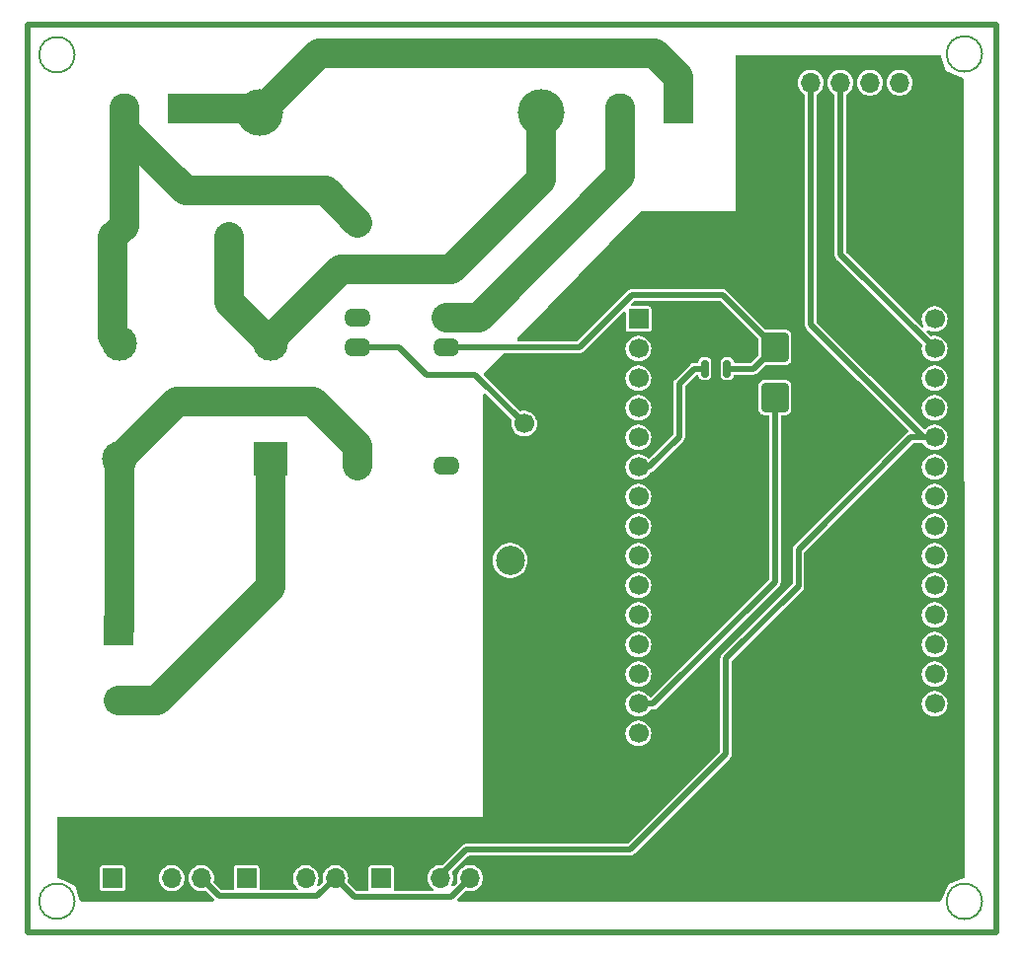
<source format=gbl>
%TF.GenerationSoftware,KiCad,Pcbnew,7.0.2-6a45011f42~172~ubuntu22.10.1*%
%TF.CreationDate,2023-05-26T16:24:23+05:00*%
%TF.ProjectId,IOTV,494f5456-2e6b-4696-9361-645f70636258,rev?*%
%TF.SameCoordinates,Original*%
%TF.FileFunction,Copper,L2,Bot*%
%TF.FilePolarity,Positive*%
%FSLAX46Y46*%
G04 Gerber Fmt 4.6, Leading zero omitted, Abs format (unit mm)*
G04 Created by KiCad (PCBNEW 7.0.2-6a45011f42~172~ubuntu22.10.1) date 2023-05-26 16:24:23*
%MOMM*%
%LPD*%
G01*
G04 APERTURE LIST*
G04 Aperture macros list*
%AMRoundRect*
0 Rectangle with rounded corners*
0 $1 Rounding radius*
0 $2 $3 $4 $5 $6 $7 $8 $9 X,Y pos of 4 corners*
0 Add a 4 corners polygon primitive as box body*
4,1,4,$2,$3,$4,$5,$6,$7,$8,$9,$2,$3,0*
0 Add four circle primitives for the rounded corners*
1,1,$1+$1,$2,$3*
1,1,$1+$1,$4,$5*
1,1,$1+$1,$6,$7*
1,1,$1+$1,$8,$9*
0 Add four rect primitives between the rounded corners*
20,1,$1+$1,$2,$3,$4,$5,0*
20,1,$1+$1,$4,$5,$6,$7,0*
20,1,$1+$1,$6,$7,$8,$9,0*
20,1,$1+$1,$8,$9,$2,$3,0*%
G04 Aperture macros list end*
%TA.AperFunction,ComponentPad*%
%ADD10C,2.000000*%
%TD*%
%TA.AperFunction,ComponentPad*%
%ADD11R,1.700000X1.700000*%
%TD*%
%TA.AperFunction,ComponentPad*%
%ADD12O,1.700000X1.700000*%
%TD*%
%TA.AperFunction,ComponentPad*%
%ADD13C,4.000000*%
%TD*%
%TA.AperFunction,ComponentPad*%
%ADD14R,2.500000X2.500000*%
%TD*%
%TA.AperFunction,ComponentPad*%
%ADD15C,2.500000*%
%TD*%
%TA.AperFunction,ComponentPad*%
%ADD16R,2.600000X2.600000*%
%TD*%
%TA.AperFunction,ComponentPad*%
%ADD17C,2.600000*%
%TD*%
%TA.AperFunction,ComponentPad*%
%ADD18C,1.700000*%
%TD*%
%TA.AperFunction,ComponentPad*%
%ADD19O,2.300000X1.600000*%
%TD*%
%TA.AperFunction,ComponentPad*%
%ADD20R,3.000000X3.000000*%
%TD*%
%TA.AperFunction,ComponentPad*%
%ADD21C,3.000000*%
%TD*%
%TA.AperFunction,SMDPad,CuDef*%
%ADD22RoundRect,0.150000X-0.150000X0.587500X-0.150000X-0.587500X0.150000X-0.587500X0.150000X0.587500X0*%
%TD*%
%TA.AperFunction,SMDPad,CuDef*%
%ADD23RoundRect,0.250000X-0.900000X1.000000X-0.900000X-1.000000X0.900000X-1.000000X0.900000X1.000000X0*%
%TD*%
%TA.AperFunction,Conductor*%
%ADD24C,0.500000*%
%TD*%
%TA.AperFunction,Conductor*%
%ADD25C,2.500000*%
%TD*%
%TA.AperFunction,Profile*%
%ADD26C,0.150000*%
%TD*%
%TA.AperFunction,Profile*%
%ADD27C,0.500000*%
%TD*%
G04 APERTURE END LIST*
D10*
%TO.P,C1,1*%
%TO.N,~220*%
X118944000Y-66454000D03*
%TO.P,C1,2*%
%TO.N,J1-2*%
X108944000Y-66454000D03*
%TD*%
D11*
%TO.P,J3,1,Pin_1*%
%TO.N,GND*%
X108894000Y-121454000D03*
D12*
%TO.P,J3,2,Pin_2*%
%TO.N,+3V*%
X111434000Y-121454000D03*
%TO.P,J3,3,Pin_3*%
%TO.N,SDA*%
X113974000Y-121454000D03*
%TO.P,J3,4,Pin_4*%
%TO.N,SCL*%
X116514000Y-121454000D03*
%TD*%
D11*
%TO.P,J5,1,Pin_1*%
%TO.N,GND*%
X131944000Y-121454000D03*
D12*
%TO.P,J5,2,Pin_2*%
%TO.N,+3V*%
X134484000Y-121454000D03*
%TO.P,J5,3,Pin_3*%
%TO.N,SDA*%
X137024000Y-121454000D03*
%TO.P,J5,4,Pin_4*%
%TO.N,SCL*%
X139564000Y-121454000D03*
%TD*%
D13*
%TO.P,F1,1*%
%TO.N,J1-1{slash}J2-1*%
X121506000Y-55719000D03*
%TO.P,F1,2*%
%TO.N,~220*%
X145636000Y-55719000D03*
%TD*%
D14*
%TO.P,PS1,1,AC1*%
%TO.N,HLK-AC2{slash}J1-2*%
X109394000Y-100204000D03*
D15*
%TO.P,PS1,2,AC2*%
%TO.N,HLK-AC1{slash}J2-2*%
X109394000Y-106204000D03*
%TO.P,PS1,3,-VO*%
%TO.N,GND*%
X142994000Y-94204000D03*
%TO.P,PS1,4,+VO*%
%TO.N,+3V*%
X142994000Y-112204000D03*
%TD*%
D16*
%TO.P,J1,1,Pin_1*%
%TO.N,J1-1{slash}J2-1*%
X114944000Y-55399000D03*
D17*
%TO.P,J1,2,Pin_2*%
%TO.N,J1-2*%
X109944000Y-55399000D03*
%TD*%
D11*
%TO.P,J4,1,Pin_1*%
%TO.N,GND*%
X120394000Y-121454000D03*
D12*
%TO.P,J4,2,Pin_2*%
%TO.N,+3V*%
X122934000Y-121454000D03*
%TO.P,J4,3,Pin_3*%
%TO.N,SDA*%
X125474000Y-121454000D03*
%TO.P,J4,4,Pin_4*%
%TO.N,SCL*%
X128014000Y-121454000D03*
%TD*%
D11*
%TO.P,U1,1,EN*%
%TO.N,unconnected-(U1-EN-Pad1)*%
X154000200Y-73482200D03*
D18*
%TO.P,U1,2,SENSOR_VP*%
%TO.N,unconnected-(U1-SENSOR_VP-Pad2)*%
X154000200Y-76022200D03*
%TO.P,U1,3,SENSOR_VN*%
%TO.N,unconnected-(U1-SENSOR_VN-Pad3)*%
X154000200Y-78562200D03*
%TO.P,U1,4,IO34*%
%TO.N,unconnected-(U1-IO34-Pad4)*%
X154000200Y-81102200D03*
%TO.P,U1,5,IO35*%
%TO.N,unconnected-(U1-IO35-Pad5)*%
X154000200Y-83642200D03*
%TO.P,U1,6,IO32*%
%TO.N,RELEAY*%
X154000200Y-86182200D03*
%TO.P,U1,7,IO33*%
%TO.N,unconnected-(U1-IO33-Pad7)*%
X154000200Y-88722200D03*
%TO.P,U1,8,IO25*%
%TO.N,unconnected-(U1-IO25-Pad8)*%
X154000200Y-91262200D03*
%TO.P,U1,9,IO26*%
%TO.N,unconnected-(U1-IO26-Pad9)*%
X154000200Y-93802200D03*
%TO.P,U1,10,IO27*%
%TO.N,unconnected-(U1-IO27-Pad10)*%
X154000200Y-96342200D03*
%TO.P,U1,11,IO14*%
%TO.N,unconnected-(U1-IO14-Pad11)*%
X154000200Y-98882200D03*
%TO.P,U1,12,IO12*%
%TO.N,unconnected-(U1-IO12-Pad12)*%
X154000200Y-101422200D03*
%TO.P,U1,13,IO13*%
%TO.N,unconnected-(U1-IO13-Pad13)*%
X154000200Y-103962200D03*
%TO.P,U1,14,GND*%
%TO.N,GND*%
X154000200Y-106502200D03*
%TO.P,U1,15,VIN*%
%TO.N,unconnected-(U1-VIN-Pad15)*%
X154000200Y-109042200D03*
%TO.P,U1,16,3V3*%
%TO.N,+3V*%
X179400200Y-109042200D03*
%TO.P,U1,17,GND*%
%TO.N,GND*%
X179400200Y-106502200D03*
%TO.P,U1,18,IO15*%
%TO.N,Net-(U1-IO15)*%
X179400200Y-103962200D03*
%TO.P,U1,19,IO2*%
%TO.N,unconnected-(U1-IO2-Pad19)*%
X179400200Y-101422200D03*
%TO.P,U1,20,IO4*%
%TO.N,Net-(U1-IO4)*%
X179400200Y-98882200D03*
%TO.P,U1,21,IO16*%
%TO.N,unconnected-(U1-IO16-Pad21)*%
X179400200Y-96342200D03*
%TO.P,U1,22,IO17*%
%TO.N,unconnected-(U1-IO17-Pad22)*%
X179400200Y-93802200D03*
%TO.P,U1,23,IO5*%
%TO.N,Net-(U1-IO5)*%
X179400200Y-91262200D03*
%TO.P,U1,24,IO18*%
%TO.N,unconnected-(U1-IO18-Pad24)*%
X179400200Y-88722200D03*
%TO.P,U1,25,IO19*%
%TO.N,unconnected-(U1-IO19-Pad25)*%
X179400200Y-86182200D03*
%TO.P,U1,26,IO21*%
%TO.N,SDA*%
X179400200Y-83642200D03*
%TO.P,U1,27,RXD0/IO3*%
%TO.N,unconnected-(U1-RXD0{slash}IO3-Pad27)*%
X179400200Y-81102200D03*
%TO.P,U1,28,TXD0/IO1*%
%TO.N,unconnected-(U1-TXD0{slash}IO1-Pad28)*%
X179400200Y-78562200D03*
%TO.P,U1,29,IO22*%
%TO.N,SCL*%
X179400200Y-76022200D03*
%TO.P,U1,30,IO23*%
%TO.N,unconnected-(U1-IO23-Pad30)*%
X179400200Y-73482200D03*
%TD*%
D19*
%TO.P,K1,1*%
%TO.N,N/C*%
X137504000Y-86054000D03*
%TO.P,K1,5*%
%TO.N,Net-(D5-K)*%
X137504000Y-75894000D03*
%TO.P,K1,6*%
%TO.N,\u0420\u0435\u043B\u0435-\u0432\u044B\u0445\u043E\u0434{slash}J2-1*%
X137504000Y-73354000D03*
%TO.P,K1,7*%
%TO.N,unconnected-(K1-Pad7)*%
X129884000Y-73354000D03*
%TO.P,K1,8*%
%TO.N,GND*%
X129884000Y-75894000D03*
%TO.P,K1,12*%
%TO.N,HLK-AC2{slash}J1-2*%
X129884000Y-86054000D03*
%TD*%
D11*
%TO.P,C2,1*%
%TO.N,+3V*%
X149194000Y-82454000D03*
D18*
%TO.P,C2,2*%
%TO.N,GND*%
X144194000Y-82454000D03*
%TD*%
D20*
%TO.P,FL1,1,1*%
%TO.N,HLK-AC1{slash}J2-2*%
X122444000Y-85438750D03*
D21*
%TO.P,FL1,2,2*%
%TO.N,~220*%
X122444000Y-75532750D03*
%TO.P,FL1,3,3*%
%TO.N,J1-2*%
X109490000Y-75532750D03*
%TO.P,FL1,4,4*%
%TO.N,HLK-AC2{slash}J1-2*%
X109490000Y-85438750D03*
%TD*%
D16*
%TO.P,J2,1,Pin_1*%
%TO.N,J1-1{slash}J2-1*%
X157444000Y-55399000D03*
D17*
%TO.P,J2,2,Pin_2*%
%TO.N,\u0420\u0435\u043B\u0435-\u0432\u044B\u0445\u043E\u0434{slash}J2-1*%
X152444000Y-55399000D03*
%TD*%
D11*
%TO.P,J6,1,Pin_1*%
%TO.N,+3V*%
X166234000Y-53204000D03*
D12*
%TO.P,J6,2,Pin_2*%
%TO.N,SDA*%
X168774000Y-53204000D03*
%TO.P,J6,3,Pin_3*%
%TO.N,SCL*%
X171314000Y-53204000D03*
%TO.P,J6,4,Pin_4*%
%TO.N,unconnected-(J6-Pin_4-Pad4)*%
X173854000Y-53204000D03*
%TO.P,J6,5,Pin_5*%
%TO.N,GND*%
X176394000Y-53204000D03*
%TD*%
D10*
%TO.P,RVe1,1*%
%TO.N,~220*%
X139944000Y-67179000D03*
%TO.P,RVe1,2*%
%TO.N,J1-2*%
X129944000Y-65229000D03*
%TD*%
D22*
%TO.P,Q1,1,B*%
%TO.N,RELEAY*%
X159704000Y-77736500D03*
%TO.P,Q1,2,E*%
%TO.N,Net-(D5-K)*%
X161604000Y-77736500D03*
%TO.P,Q1,3,C*%
%TO.N,+3V*%
X160654000Y-79611500D03*
%TD*%
D23*
%TO.P,D5,1,K*%
%TO.N,Net-(D5-K)*%
X165694000Y-75904000D03*
%TO.P,D5,2,A*%
%TO.N,GND*%
X165694000Y-80204000D03*
%TD*%
D24*
%TO.N,SDA*%
X137024000Y-121454000D02*
X137024000Y-121234000D01*
X137024000Y-121234000D02*
X139244000Y-119014000D01*
X139244000Y-119014000D02*
X153274000Y-119014000D01*
X153274000Y-119014000D02*
X161518600Y-110769400D01*
X161518600Y-110769400D02*
X161518600Y-102616000D01*
X161518600Y-102616000D02*
X167716200Y-96418400D01*
X167716200Y-93268800D02*
X177342800Y-83642200D01*
X167716200Y-96418400D02*
X167716200Y-93268800D01*
X177342800Y-83642200D02*
X179400200Y-83642200D01*
X179400200Y-83642200D02*
X178460400Y-83642200D01*
X178460400Y-83642200D02*
X168774000Y-73955800D01*
X168774000Y-73955800D02*
X168774000Y-53204000D01*
%TO.N,SCL*%
X126454000Y-123014000D02*
X128014000Y-121454000D01*
X118074000Y-123014000D02*
X126454000Y-123014000D01*
X116514000Y-121454000D02*
X118074000Y-123014000D01*
X137964000Y-123054000D02*
X139564000Y-121454000D01*
X129614000Y-123054000D02*
X137964000Y-123054000D01*
X128014000Y-121454000D02*
X129614000Y-123054000D01*
%TO.N,GND*%
X165694000Y-80204000D02*
X165694000Y-96064000D01*
X165694000Y-96064000D02*
X155255800Y-106502200D01*
X155255800Y-106502200D02*
X154000200Y-106502200D01*
%TO.N,RELEAY*%
X159704000Y-77736500D02*
X158813700Y-77736500D01*
X158813700Y-77736500D02*
X157480000Y-79070200D01*
X157480000Y-79070200D02*
X157480000Y-83591400D01*
X157480000Y-83591400D02*
X154889200Y-86182200D01*
X154889200Y-86182200D02*
X154000200Y-86182200D01*
%TO.N,SCL*%
X179400200Y-76022200D02*
X171314000Y-67936000D01*
X171314000Y-67936000D02*
X171314000Y-53204000D01*
%TO.N,Net-(D5-K)*%
X165694000Y-75904000D02*
X161214800Y-71424800D01*
X161214800Y-71424800D02*
X153416000Y-71424800D01*
X153416000Y-71424800D02*
X148946800Y-75894000D01*
X148946800Y-75894000D02*
X137504000Y-75894000D01*
%TO.N,GND*%
X129884000Y-75894000D02*
X133450400Y-75894000D01*
X133450400Y-75894000D02*
X135839200Y-78282800D01*
X135839200Y-78282800D02*
X140022800Y-78282800D01*
X140022800Y-78282800D02*
X144194000Y-82454000D01*
D25*
%TO.N,J1-1{slash}J2-1*%
X157444000Y-55399000D02*
X157444000Y-52669000D01*
X157444000Y-52669000D02*
X155422600Y-50647600D01*
X155422600Y-50647600D02*
X126577400Y-50647600D01*
X126577400Y-50647600D02*
X121506000Y-55719000D01*
%TO.N,HLK-AC2{slash}J1-2*%
X129884000Y-86054000D02*
X129884000Y-84367200D01*
X129884000Y-84367200D02*
X126060200Y-80543400D01*
X126060200Y-80543400D02*
X114385350Y-80543400D01*
X114385350Y-80543400D02*
X109490000Y-85438750D01*
%TO.N,HLK-AC1{slash}J2-2*%
X109394000Y-106204000D02*
X112744000Y-106204000D01*
X112744000Y-106204000D02*
X122444000Y-96504000D01*
X122444000Y-96504000D02*
X122444000Y-85438750D01*
%TO.N,~220*%
X118944000Y-72032750D02*
X122444000Y-75532750D01*
X137919000Y-69204000D02*
X128444000Y-69204000D01*
X139944000Y-67179000D02*
X137919000Y-69204000D01*
X118944000Y-66454000D02*
X118944000Y-72032750D01*
X145636000Y-55719000D02*
X145636000Y-61487000D01*
X128444000Y-69204000D02*
X122444000Y-75204000D01*
X145636000Y-61487000D02*
X139944000Y-67179000D01*
X122444000Y-75204000D02*
X122444000Y-75532750D01*
D24*
%TO.N,Net-(D5-K)*%
X161604000Y-77736500D02*
X163861500Y-77736500D01*
X163861500Y-77736500D02*
X165694000Y-75904000D01*
D25*
%TO.N,\u0420\u0435\u043B\u0435-\u0432\u044B\u0445\u043E\u0434{slash}J2-1*%
X140304000Y-73344000D02*
X137504000Y-73344000D01*
X152444000Y-55399000D02*
X152444000Y-61204000D01*
X152444000Y-61204000D02*
X140304000Y-73344000D01*
%TO.N,J1-2*%
X109944000Y-55399000D02*
X109944000Y-65454000D01*
X115160523Y-62454000D02*
X109944000Y-57237477D01*
X127169000Y-62454000D02*
X115160523Y-62454000D01*
X109944000Y-57237477D02*
X109944000Y-55399000D01*
X109944000Y-65454000D02*
X108944000Y-66454000D01*
X108944000Y-66454000D02*
X108944000Y-74986750D01*
X108944000Y-74986750D02*
X109490000Y-75532750D01*
X129944000Y-65229000D02*
X127169000Y-62454000D01*
%TO.N,J1-1{slash}J2-1*%
X121186000Y-55399000D02*
X121506000Y-55719000D01*
X114944000Y-55399000D02*
X121186000Y-55399000D01*
%TO.N,HLK-AC2{slash}J1-2*%
X109490000Y-100108000D02*
X109394000Y-100204000D01*
X109490000Y-85438750D02*
X109490000Y-100108000D01*
%TD*%
%TA.AperFunction,Conductor*%
%TO.N,+3V*%
G36*
X179805918Y-50803892D02*
G01*
X179872954Y-50823579D01*
X179918706Y-50876385D01*
X179922981Y-50887024D01*
X180134950Y-51494249D01*
X180366482Y-52157518D01*
X181412609Y-52622179D01*
X181821789Y-52803926D01*
X181875066Y-52849129D01*
X181895446Y-52915960D01*
X181895453Y-52917165D01*
X181942562Y-121366364D01*
X181922924Y-121433417D01*
X181870151Y-121479208D01*
X181859429Y-121483521D01*
X180590482Y-121926482D01*
X180590481Y-121926482D01*
X179944720Y-123380335D01*
X179899517Y-123433612D01*
X179832686Y-123453993D01*
X179831396Y-123454000D01*
X138571175Y-123454000D01*
X138504136Y-123434315D01*
X138458381Y-123381511D01*
X138448437Y-123312353D01*
X138477462Y-123248797D01*
X138483494Y-123242319D01*
X138754366Y-122971447D01*
X139170881Y-122554931D01*
X139232202Y-122521448D01*
X139281342Y-122520725D01*
X139462024Y-122554500D01*
X139462026Y-122554500D01*
X139665974Y-122554500D01*
X139665976Y-122554500D01*
X139866456Y-122517024D01*
X140056637Y-122443348D01*
X140230041Y-122335981D01*
X140380764Y-122198579D01*
X140503673Y-122035821D01*
X140503673Y-122035819D01*
X140503675Y-122035818D01*
X140558117Y-121926482D01*
X140594582Y-121853250D01*
X140650397Y-121657083D01*
X140669215Y-121454000D01*
X140650397Y-121250917D01*
X140594582Y-121054750D01*
X140552391Y-120970018D01*
X140503675Y-120872181D01*
X140380763Y-120709419D01*
X140230041Y-120572018D01*
X140056638Y-120464652D01*
X139866457Y-120390976D01*
X139743726Y-120368034D01*
X139665976Y-120353500D01*
X139462024Y-120353500D01*
X139384279Y-120368033D01*
X139261542Y-120390976D01*
X139071361Y-120464652D01*
X138897958Y-120572018D01*
X138747236Y-120709419D01*
X138624324Y-120872181D01*
X138533418Y-121054748D01*
X138477602Y-121250916D01*
X138466905Y-121366364D01*
X138458785Y-121454000D01*
X138468193Y-121555541D01*
X138477603Y-121657084D01*
X138496534Y-121723620D01*
X138495947Y-121793487D01*
X138464949Y-121845235D01*
X138193042Y-122117142D01*
X138131719Y-122150627D01*
X138062027Y-122145643D01*
X138006094Y-122103771D01*
X137981677Y-122038307D01*
X137994360Y-121974192D01*
X138054582Y-121853250D01*
X138110397Y-121657083D01*
X138129215Y-121454000D01*
X138110397Y-121250917D01*
X138054582Y-121054750D01*
X138046642Y-121038804D01*
X138034381Y-120970018D01*
X138061254Y-120905523D01*
X138069951Y-120895861D01*
X139414994Y-119550819D01*
X139476318Y-119517334D01*
X139502676Y-119514500D01*
X153206856Y-119514500D01*
X153233214Y-119517334D01*
X153237926Y-119518359D01*
X153237926Y-119518358D01*
X153237927Y-119518359D01*
X153287461Y-119514815D01*
X153296308Y-119514500D01*
X153309797Y-119514500D01*
X153309799Y-119514500D01*
X153323159Y-119512578D01*
X153331951Y-119511633D01*
X153381483Y-119508091D01*
X153386001Y-119506405D01*
X153411681Y-119499851D01*
X153416457Y-119499165D01*
X153461637Y-119478530D01*
X153469791Y-119475153D01*
X153516331Y-119457796D01*
X153520189Y-119454907D01*
X153542997Y-119441375D01*
X153547373Y-119439377D01*
X153584906Y-119406853D01*
X153591782Y-119401313D01*
X153602593Y-119393221D01*
X153612155Y-119383658D01*
X153618603Y-119377654D01*
X153656143Y-119345128D01*
X153658751Y-119341069D01*
X153675382Y-119320430D01*
X161825030Y-111170782D01*
X161845669Y-111154151D01*
X161849728Y-111151543D01*
X161882254Y-111114003D01*
X161888258Y-111107555D01*
X161897821Y-111097993D01*
X161905913Y-111087182D01*
X161911453Y-111080306D01*
X161943977Y-111042773D01*
X161945975Y-111038397D01*
X161959507Y-111015590D01*
X161959520Y-111015572D01*
X161962396Y-111011731D01*
X161979753Y-110965191D01*
X161983134Y-110957030D01*
X162003765Y-110911857D01*
X162004451Y-110907081D01*
X162011005Y-110881401D01*
X162012691Y-110876883D01*
X162016233Y-110827351D01*
X162017180Y-110818547D01*
X162019100Y-110805197D01*
X162019100Y-110791707D01*
X162019416Y-110782861D01*
X162022959Y-110733325D01*
X162021934Y-110728614D01*
X162019099Y-110702252D01*
X162019099Y-106808625D01*
X162019099Y-106502199D01*
X178294985Y-106502199D01*
X178313802Y-106705283D01*
X178369618Y-106901451D01*
X178460524Y-107084018D01*
X178583436Y-107246780D01*
X178734158Y-107384181D01*
X178907561Y-107491547D01*
X178907563Y-107491548D01*
X179097744Y-107565224D01*
X179298224Y-107602700D01*
X179298226Y-107602700D01*
X179502174Y-107602700D01*
X179502176Y-107602700D01*
X179702656Y-107565224D01*
X179892837Y-107491548D01*
X180066241Y-107384181D01*
X180216964Y-107246779D01*
X180339873Y-107084021D01*
X180339873Y-107084019D01*
X180339875Y-107084018D01*
X180385513Y-106992361D01*
X180430782Y-106901450D01*
X180486597Y-106705283D01*
X180505415Y-106502200D01*
X180486597Y-106299117D01*
X180430782Y-106102950D01*
X180360258Y-105961317D01*
X180339875Y-105920381D01*
X180216963Y-105757619D01*
X180066241Y-105620218D01*
X179892838Y-105512852D01*
X179702657Y-105439176D01*
X179635829Y-105426683D01*
X179502176Y-105401700D01*
X179298224Y-105401700D01*
X179197983Y-105420438D01*
X179097742Y-105439176D01*
X178907561Y-105512852D01*
X178734158Y-105620218D01*
X178583436Y-105757619D01*
X178460524Y-105920381D01*
X178369618Y-106102948D01*
X178313802Y-106299116D01*
X178294985Y-106502199D01*
X162019099Y-106502199D01*
X162019099Y-103962199D01*
X178294985Y-103962199D01*
X178313802Y-104165283D01*
X178369618Y-104361451D01*
X178460524Y-104544018D01*
X178583436Y-104706780D01*
X178734158Y-104844181D01*
X178907561Y-104951547D01*
X178907563Y-104951548D01*
X179097744Y-105025224D01*
X179298224Y-105062700D01*
X179298226Y-105062700D01*
X179502174Y-105062700D01*
X179502176Y-105062700D01*
X179702656Y-105025224D01*
X179892837Y-104951548D01*
X180066241Y-104844181D01*
X180216964Y-104706779D01*
X180339873Y-104544021D01*
X180339873Y-104544019D01*
X180339875Y-104544018D01*
X180385513Y-104452361D01*
X180430782Y-104361450D01*
X180486597Y-104165283D01*
X180505415Y-103962200D01*
X180486597Y-103759117D01*
X180430782Y-103562950D01*
X180430409Y-103562201D01*
X180339875Y-103380381D01*
X180216963Y-103217619D01*
X180066241Y-103080218D01*
X179892838Y-102972852D01*
X179702657Y-102899176D01*
X179635829Y-102886683D01*
X179502176Y-102861700D01*
X179298224Y-102861700D01*
X179197983Y-102880438D01*
X179097742Y-102899176D01*
X178907561Y-102972852D01*
X178734158Y-103080218D01*
X178583436Y-103217619D01*
X178460524Y-103380381D01*
X178369618Y-103562948D01*
X178313802Y-103759116D01*
X178294985Y-103962199D01*
X162019099Y-103962199D01*
X162019099Y-102874672D01*
X162038784Y-102807637D01*
X162055413Y-102787000D01*
X163420213Y-101422200D01*
X178294985Y-101422200D01*
X178313802Y-101625283D01*
X178369618Y-101821451D01*
X178460524Y-102004018D01*
X178583436Y-102166780D01*
X178734158Y-102304181D01*
X178846386Y-102373669D01*
X178907563Y-102411548D01*
X179097744Y-102485224D01*
X179298224Y-102522700D01*
X179298226Y-102522700D01*
X179502174Y-102522700D01*
X179502176Y-102522700D01*
X179702656Y-102485224D01*
X179892837Y-102411548D01*
X180066241Y-102304181D01*
X180216964Y-102166779D01*
X180339873Y-102004021D01*
X180339873Y-102004019D01*
X180339875Y-102004018D01*
X180385513Y-101912361D01*
X180430782Y-101821450D01*
X180486597Y-101625283D01*
X180505415Y-101422200D01*
X180486597Y-101219117D01*
X180430782Y-101022950D01*
X180430409Y-101022201D01*
X180339875Y-100840381D01*
X180216963Y-100677619D01*
X180066241Y-100540218D01*
X179892838Y-100432852D01*
X179702657Y-100359176D01*
X179635829Y-100346683D01*
X179502176Y-100321700D01*
X179298224Y-100321700D01*
X179197983Y-100340438D01*
X179097742Y-100359176D01*
X178907561Y-100432852D01*
X178734158Y-100540218D01*
X178583436Y-100677619D01*
X178460524Y-100840381D01*
X178369618Y-101022948D01*
X178313802Y-101219116D01*
X178294985Y-101422200D01*
X163420213Y-101422200D01*
X165960212Y-98882200D01*
X178294985Y-98882200D01*
X178313802Y-99085283D01*
X178369618Y-99281451D01*
X178460524Y-99464018D01*
X178583436Y-99626780D01*
X178734158Y-99764181D01*
X178907561Y-99871547D01*
X178907563Y-99871548D01*
X179097744Y-99945224D01*
X179298224Y-99982700D01*
X179298226Y-99982700D01*
X179502174Y-99982700D01*
X179502176Y-99982700D01*
X179702656Y-99945224D01*
X179892837Y-99871548D01*
X180066241Y-99764181D01*
X180216964Y-99626779D01*
X180339873Y-99464021D01*
X180339873Y-99464019D01*
X180339875Y-99464018D01*
X180385513Y-99372361D01*
X180430782Y-99281450D01*
X180486597Y-99085283D01*
X180505415Y-98882200D01*
X180486597Y-98679117D01*
X180430782Y-98482950D01*
X180430409Y-98482201D01*
X180339875Y-98300381D01*
X180216963Y-98137619D01*
X180066241Y-98000218D01*
X179892838Y-97892852D01*
X179702657Y-97819176D01*
X179635829Y-97806683D01*
X179502176Y-97781700D01*
X179298224Y-97781700D01*
X179197983Y-97800438D01*
X179097742Y-97819176D01*
X178907561Y-97892852D01*
X178734158Y-98000218D01*
X178583436Y-98137619D01*
X178460524Y-98300381D01*
X178369618Y-98482948D01*
X178313802Y-98679116D01*
X178294985Y-98882200D01*
X165960212Y-98882200D01*
X168022630Y-96819782D01*
X168043269Y-96803151D01*
X168047328Y-96800543D01*
X168079854Y-96763003D01*
X168085858Y-96756555D01*
X168095421Y-96746993D01*
X168103513Y-96736182D01*
X168109053Y-96729306D01*
X168141577Y-96691773D01*
X168143575Y-96687397D01*
X168157107Y-96664590D01*
X168157120Y-96664572D01*
X168159996Y-96660731D01*
X168177353Y-96614191D01*
X168180734Y-96606030D01*
X168201365Y-96560857D01*
X168202051Y-96556081D01*
X168208605Y-96530401D01*
X168210291Y-96525883D01*
X168213833Y-96476351D01*
X168214780Y-96467547D01*
X168216700Y-96454197D01*
X168216700Y-96440708D01*
X168217016Y-96431861D01*
X168220559Y-96382326D01*
X168219534Y-96377615D01*
X168216700Y-96351257D01*
X168216700Y-96342199D01*
X178294985Y-96342199D01*
X178313802Y-96545283D01*
X178369618Y-96741451D01*
X178460524Y-96924018D01*
X178583436Y-97086780D01*
X178734158Y-97224181D01*
X178907561Y-97331547D01*
X178907563Y-97331548D01*
X179097744Y-97405224D01*
X179298224Y-97442700D01*
X179298226Y-97442700D01*
X179502174Y-97442700D01*
X179502176Y-97442700D01*
X179702656Y-97405224D01*
X179892837Y-97331548D01*
X180066241Y-97224181D01*
X180216964Y-97086779D01*
X180339873Y-96924021D01*
X180339873Y-96924019D01*
X180339875Y-96924018D01*
X180391775Y-96819787D01*
X180430782Y-96741450D01*
X180486597Y-96545283D01*
X180505415Y-96342200D01*
X180486597Y-96139117D01*
X180475409Y-96099797D01*
X180430781Y-95942948D01*
X180339875Y-95760381D01*
X180216963Y-95597619D01*
X180066241Y-95460218D01*
X179892838Y-95352852D01*
X179702657Y-95279176D01*
X179635829Y-95266683D01*
X179502176Y-95241700D01*
X179298224Y-95241700D01*
X179197983Y-95260438D01*
X179097742Y-95279176D01*
X178907561Y-95352852D01*
X178734158Y-95460218D01*
X178583436Y-95597619D01*
X178460524Y-95760381D01*
X178369618Y-95942948D01*
X178313802Y-96139116D01*
X178294985Y-96342199D01*
X168216700Y-96342199D01*
X168216700Y-93802200D01*
X178294985Y-93802200D01*
X178313802Y-94005283D01*
X178369618Y-94201451D01*
X178460524Y-94384018D01*
X178583436Y-94546780D01*
X178734158Y-94684181D01*
X178907561Y-94791547D01*
X178907563Y-94791548D01*
X179097744Y-94865224D01*
X179298224Y-94902700D01*
X179298226Y-94902700D01*
X179502174Y-94902700D01*
X179502176Y-94902700D01*
X179702656Y-94865224D01*
X179892837Y-94791548D01*
X180066241Y-94684181D01*
X180216964Y-94546779D01*
X180339873Y-94384021D01*
X180339873Y-94384019D01*
X180339875Y-94384018D01*
X180429512Y-94204000D01*
X180430782Y-94201450D01*
X180486597Y-94005283D01*
X180505415Y-93802200D01*
X180486597Y-93599117D01*
X180430782Y-93402950D01*
X180381946Y-93304873D01*
X180339875Y-93220381D01*
X180216963Y-93057619D01*
X180066241Y-92920218D01*
X179892838Y-92812852D01*
X179702657Y-92739176D01*
X179635829Y-92726683D01*
X179502176Y-92701700D01*
X179298224Y-92701700D01*
X179197983Y-92720438D01*
X179097742Y-92739176D01*
X178907561Y-92812852D01*
X178734158Y-92920218D01*
X178583436Y-93057619D01*
X178460524Y-93220381D01*
X178369618Y-93402948D01*
X178313802Y-93599116D01*
X178294985Y-93802200D01*
X168216700Y-93802200D01*
X168216700Y-93527475D01*
X168236385Y-93460436D01*
X168253019Y-93439794D01*
X170430614Y-91262199D01*
X178294985Y-91262199D01*
X178313802Y-91465283D01*
X178369618Y-91661451D01*
X178460524Y-91844018D01*
X178583436Y-92006780D01*
X178734158Y-92144181D01*
X178907561Y-92251547D01*
X178907563Y-92251548D01*
X179097744Y-92325224D01*
X179298224Y-92362700D01*
X179298226Y-92362700D01*
X179502174Y-92362700D01*
X179502176Y-92362700D01*
X179702656Y-92325224D01*
X179892837Y-92251548D01*
X180066241Y-92144181D01*
X180216964Y-92006779D01*
X180339873Y-91844021D01*
X180339873Y-91844019D01*
X180339875Y-91844018D01*
X180385513Y-91752361D01*
X180430782Y-91661450D01*
X180486597Y-91465283D01*
X180505415Y-91262200D01*
X180486597Y-91059117D01*
X180430782Y-90862950D01*
X180430409Y-90862201D01*
X180339875Y-90680381D01*
X180216963Y-90517619D01*
X180066241Y-90380218D01*
X179892838Y-90272852D01*
X179702657Y-90199176D01*
X179635829Y-90186683D01*
X179502176Y-90161700D01*
X179298224Y-90161700D01*
X179197983Y-90180438D01*
X179097742Y-90199176D01*
X178907561Y-90272852D01*
X178734158Y-90380218D01*
X178583436Y-90517619D01*
X178460524Y-90680381D01*
X178369618Y-90862948D01*
X178313802Y-91059116D01*
X178294985Y-91262199D01*
X170430614Y-91262199D01*
X172970613Y-88722200D01*
X178294985Y-88722200D01*
X178313802Y-88925283D01*
X178369618Y-89121451D01*
X178460524Y-89304018D01*
X178583436Y-89466780D01*
X178734158Y-89604181D01*
X178907561Y-89711547D01*
X178907563Y-89711548D01*
X179097744Y-89785224D01*
X179298224Y-89822700D01*
X179298226Y-89822700D01*
X179502174Y-89822700D01*
X179502176Y-89822700D01*
X179702656Y-89785224D01*
X179892837Y-89711548D01*
X180066241Y-89604181D01*
X180216964Y-89466779D01*
X180339873Y-89304021D01*
X180339873Y-89304019D01*
X180339875Y-89304018D01*
X180385513Y-89212361D01*
X180430782Y-89121450D01*
X180486597Y-88925283D01*
X180505415Y-88722200D01*
X180486597Y-88519117D01*
X180430782Y-88322950D01*
X180430409Y-88322201D01*
X180339875Y-88140381D01*
X180216963Y-87977619D01*
X180066241Y-87840218D01*
X179892838Y-87732852D01*
X179702657Y-87659176D01*
X179635829Y-87646683D01*
X179502176Y-87621700D01*
X179298224Y-87621700D01*
X179197983Y-87640438D01*
X179097742Y-87659176D01*
X178907561Y-87732852D01*
X178734158Y-87840218D01*
X178583436Y-87977619D01*
X178460524Y-88140381D01*
X178369618Y-88322948D01*
X178313802Y-88519116D01*
X178294985Y-88722200D01*
X172970613Y-88722200D01*
X175510613Y-86182200D01*
X178294985Y-86182200D01*
X178313802Y-86385283D01*
X178369618Y-86581451D01*
X178460524Y-86764018D01*
X178583436Y-86926780D01*
X178734158Y-87064181D01*
X178907561Y-87171547D01*
X178907563Y-87171548D01*
X179097744Y-87245224D01*
X179298224Y-87282700D01*
X179298226Y-87282700D01*
X179502174Y-87282700D01*
X179502176Y-87282700D01*
X179702656Y-87245224D01*
X179892837Y-87171548D01*
X180066241Y-87064181D01*
X180216964Y-86926779D01*
X180339873Y-86764021D01*
X180339873Y-86764019D01*
X180339875Y-86764018D01*
X180385513Y-86672361D01*
X180430782Y-86581450D01*
X180486597Y-86385283D01*
X180505415Y-86182200D01*
X180486597Y-85979117D01*
X180430782Y-85782950D01*
X180430409Y-85782201D01*
X180339875Y-85600381D01*
X180216963Y-85437619D01*
X180066241Y-85300218D01*
X179892838Y-85192852D01*
X179702657Y-85119176D01*
X179635829Y-85106683D01*
X179502176Y-85081700D01*
X179298224Y-85081700D01*
X179197983Y-85100438D01*
X179097742Y-85119176D01*
X178907561Y-85192852D01*
X178734158Y-85300218D01*
X178583436Y-85437619D01*
X178460524Y-85600381D01*
X178369618Y-85782948D01*
X178313802Y-85979116D01*
X178294985Y-86182200D01*
X175510613Y-86182200D01*
X177513794Y-84179019D01*
X177575117Y-84145534D01*
X177601475Y-84142700D01*
X178343256Y-84142700D01*
X178410295Y-84162385D01*
X178454256Y-84211428D01*
X178460526Y-84224020D01*
X178583436Y-84386780D01*
X178734158Y-84524181D01*
X178907561Y-84631547D01*
X178907563Y-84631548D01*
X179097744Y-84705224D01*
X179298224Y-84742700D01*
X179298226Y-84742700D01*
X179502174Y-84742700D01*
X179502176Y-84742700D01*
X179702656Y-84705224D01*
X179892837Y-84631548D01*
X180066241Y-84524181D01*
X180216964Y-84386779D01*
X180339873Y-84224021D01*
X180339873Y-84224019D01*
X180339875Y-84224018D01*
X180385513Y-84132361D01*
X180430782Y-84041450D01*
X180486597Y-83845283D01*
X180505415Y-83642200D01*
X180486597Y-83439117D01*
X180475399Y-83399762D01*
X180454510Y-83326345D01*
X180430782Y-83242950D01*
X180430409Y-83242201D01*
X180339875Y-83060381D01*
X180216963Y-82897619D01*
X180066241Y-82760218D01*
X179892838Y-82652852D01*
X179702657Y-82579176D01*
X179635829Y-82566683D01*
X179502176Y-82541700D01*
X179298224Y-82541700D01*
X179197983Y-82560438D01*
X179097742Y-82579176D01*
X178907561Y-82652852D01*
X178734161Y-82760216D01*
X178587338Y-82894063D01*
X178524533Y-82924679D01*
X178455146Y-82916481D01*
X178416119Y-82890106D01*
X176628213Y-81102200D01*
X178294985Y-81102200D01*
X178313802Y-81305283D01*
X178369618Y-81501451D01*
X178460524Y-81684018D01*
X178583436Y-81846780D01*
X178734158Y-81984181D01*
X178907561Y-82091547D01*
X178907563Y-82091548D01*
X179097744Y-82165224D01*
X179298224Y-82202700D01*
X179298226Y-82202700D01*
X179502174Y-82202700D01*
X179502176Y-82202700D01*
X179702656Y-82165224D01*
X179892837Y-82091548D01*
X180066241Y-81984181D01*
X180189099Y-81872181D01*
X180216963Y-81846780D01*
X180324408Y-81704500D01*
X180339873Y-81684021D01*
X180339873Y-81684019D01*
X180339875Y-81684018D01*
X180395643Y-81572019D01*
X180430782Y-81501450D01*
X180486597Y-81305283D01*
X180505415Y-81102200D01*
X180486597Y-80899117D01*
X180430782Y-80702950D01*
X180430409Y-80702201D01*
X180339875Y-80520381D01*
X180216963Y-80357619D01*
X180066241Y-80220218D01*
X179892838Y-80112852D01*
X179702657Y-80039176D01*
X179635829Y-80026683D01*
X179502176Y-80001700D01*
X179298224Y-80001700D01*
X179197983Y-80020438D01*
X179097742Y-80039176D01*
X178907561Y-80112852D01*
X178734158Y-80220218D01*
X178583436Y-80357619D01*
X178460524Y-80520381D01*
X178369618Y-80702948D01*
X178313802Y-80899116D01*
X178294985Y-81102200D01*
X176628213Y-81102200D01*
X174088212Y-78562199D01*
X178294985Y-78562199D01*
X178313802Y-78765283D01*
X178369618Y-78961451D01*
X178460524Y-79144018D01*
X178583436Y-79306780D01*
X178734158Y-79444181D01*
X178907561Y-79551547D01*
X178907563Y-79551548D01*
X179097744Y-79625224D01*
X179298224Y-79662700D01*
X179298226Y-79662700D01*
X179502174Y-79662700D01*
X179502176Y-79662700D01*
X179702656Y-79625224D01*
X179892837Y-79551548D01*
X180066241Y-79444181D01*
X180216964Y-79306779D01*
X180339873Y-79144021D01*
X180339873Y-79144019D01*
X180339875Y-79144018D01*
X180430153Y-78962713D01*
X180430782Y-78961450D01*
X180486597Y-78765283D01*
X180505415Y-78562200D01*
X180486597Y-78359117D01*
X180485573Y-78355519D01*
X180452949Y-78240859D01*
X180430782Y-78162950D01*
X180381298Y-78063572D01*
X180339875Y-77980381D01*
X180216963Y-77817619D01*
X180066241Y-77680218D01*
X179892838Y-77572852D01*
X179702657Y-77499176D01*
X179635829Y-77486683D01*
X179502176Y-77461700D01*
X179298224Y-77461700D01*
X179197983Y-77480438D01*
X179097742Y-77499176D01*
X178907561Y-77572852D01*
X178734158Y-77680218D01*
X178583436Y-77817619D01*
X178460524Y-77980381D01*
X178369618Y-78162948D01*
X178313802Y-78359116D01*
X178294985Y-78562199D01*
X174088212Y-78562199D01*
X173885130Y-78359117D01*
X169310819Y-73784805D01*
X169277334Y-73723482D01*
X169274500Y-73697124D01*
X169274500Y-54257546D01*
X169294185Y-54190507D01*
X169333221Y-54152120D01*
X169440041Y-54085981D01*
X169590764Y-53948579D01*
X169713673Y-53785821D01*
X169713673Y-53785819D01*
X169713675Y-53785818D01*
X169759313Y-53694161D01*
X169804582Y-53603250D01*
X169860397Y-53407083D01*
X169879215Y-53204000D01*
X169879215Y-53203999D01*
X170208785Y-53203999D01*
X170227602Y-53407083D01*
X170283418Y-53603251D01*
X170374324Y-53785818D01*
X170497236Y-53948580D01*
X170635718Y-54074822D01*
X170647959Y-54085981D01*
X170754777Y-54152120D01*
X170801413Y-54204146D01*
X170813500Y-54257546D01*
X170813500Y-67868857D01*
X170810666Y-67895215D01*
X170809640Y-67899926D01*
X170813184Y-67949461D01*
X170813500Y-67958308D01*
X170813500Y-67971802D01*
X170815419Y-67985153D01*
X170816365Y-67993947D01*
X170819909Y-68043483D01*
X170821594Y-68048001D01*
X170828147Y-68073676D01*
X170828712Y-68077603D01*
X170828835Y-68078458D01*
X170849457Y-68123612D01*
X170852845Y-68131790D01*
X170870204Y-68178331D01*
X170873095Y-68182194D01*
X170886620Y-68204987D01*
X170888622Y-68209372D01*
X170888623Y-68209373D01*
X170921147Y-68246907D01*
X170926689Y-68253786D01*
X170934779Y-68264593D01*
X170944321Y-68274135D01*
X170950354Y-68280615D01*
X170982870Y-68318142D01*
X170986927Y-68320749D01*
X171007571Y-68337385D01*
X178301148Y-75630962D01*
X178334633Y-75692285D01*
X178332734Y-75752575D01*
X178313802Y-75819116D01*
X178294985Y-76022200D01*
X178313802Y-76225283D01*
X178369618Y-76421451D01*
X178460524Y-76604018D01*
X178583436Y-76766780D01*
X178734158Y-76904181D01*
X178907458Y-77011483D01*
X178907563Y-77011548D01*
X179097744Y-77085224D01*
X179298224Y-77122700D01*
X179298226Y-77122700D01*
X179502174Y-77122700D01*
X179502176Y-77122700D01*
X179702656Y-77085224D01*
X179892837Y-77011548D01*
X180066241Y-76904181D01*
X180216964Y-76766779D01*
X180339873Y-76604021D01*
X180339873Y-76604019D01*
X180339875Y-76604018D01*
X180385513Y-76512361D01*
X180430782Y-76421450D01*
X180486597Y-76225283D01*
X180505415Y-76022200D01*
X180486597Y-75819117D01*
X180430782Y-75622950D01*
X180430409Y-75622201D01*
X180339875Y-75440381D01*
X180216963Y-75277619D01*
X180066241Y-75140218D01*
X179892838Y-75032852D01*
X179702657Y-74959176D01*
X179635829Y-74946683D01*
X179502176Y-74921700D01*
X179298224Y-74921700D01*
X179253724Y-74930018D01*
X179117545Y-74955474D01*
X179048030Y-74948443D01*
X179007080Y-74921266D01*
X178743747Y-74657933D01*
X178710262Y-74596610D01*
X178715246Y-74526918D01*
X178757118Y-74470985D01*
X178822582Y-74446568D01*
X178890855Y-74461420D01*
X178896699Y-74464821D01*
X178907563Y-74471548D01*
X179097744Y-74545224D01*
X179298224Y-74582700D01*
X179298226Y-74582700D01*
X179502174Y-74582700D01*
X179502176Y-74582700D01*
X179702656Y-74545224D01*
X179892837Y-74471548D01*
X180066241Y-74364181D01*
X180216964Y-74226779D01*
X180339873Y-74064021D01*
X180339873Y-74064019D01*
X180339875Y-74064018D01*
X180411723Y-73919726D01*
X180430782Y-73881450D01*
X180486597Y-73685283D01*
X180505415Y-73482200D01*
X180486597Y-73279117D01*
X180430782Y-73082950D01*
X180430409Y-73082201D01*
X180339875Y-72900381D01*
X180216963Y-72737619D01*
X180066241Y-72600218D01*
X179892838Y-72492852D01*
X179702657Y-72419176D01*
X179579926Y-72396234D01*
X179502176Y-72381700D01*
X179298224Y-72381700D01*
X179220479Y-72396233D01*
X179097742Y-72419176D01*
X178907561Y-72492852D01*
X178734158Y-72600218D01*
X178583436Y-72737619D01*
X178460524Y-72900381D01*
X178369618Y-73082948D01*
X178313802Y-73279116D01*
X178294985Y-73482200D01*
X178313802Y-73685283D01*
X178369616Y-73881447D01*
X178429839Y-74002391D01*
X178442099Y-74071176D01*
X178415226Y-74135671D01*
X178357749Y-74175399D01*
X178287919Y-74177745D01*
X178231157Y-74145343D01*
X171850819Y-67765005D01*
X171817334Y-67703682D01*
X171814500Y-67677324D01*
X171814500Y-54257546D01*
X171834185Y-54190507D01*
X171873221Y-54152120D01*
X171980041Y-54085981D01*
X172130764Y-53948579D01*
X172253673Y-53785821D01*
X172253673Y-53785819D01*
X172253675Y-53785818D01*
X172299313Y-53694161D01*
X172344582Y-53603250D01*
X172400397Y-53407083D01*
X172419215Y-53204000D01*
X172419215Y-53203999D01*
X172748785Y-53203999D01*
X172767602Y-53407083D01*
X172823418Y-53603251D01*
X172914324Y-53785818D01*
X173037236Y-53948580D01*
X173187958Y-54085981D01*
X173361361Y-54193347D01*
X173361363Y-54193348D01*
X173551544Y-54267024D01*
X173752024Y-54304500D01*
X173752026Y-54304500D01*
X173955974Y-54304500D01*
X173955976Y-54304500D01*
X174156456Y-54267024D01*
X174346637Y-54193348D01*
X174520041Y-54085981D01*
X174670764Y-53948579D01*
X174793673Y-53785821D01*
X174793673Y-53785819D01*
X174793675Y-53785818D01*
X174839313Y-53694161D01*
X174884582Y-53603250D01*
X174940397Y-53407083D01*
X174959215Y-53204000D01*
X174959215Y-53203999D01*
X175288785Y-53203999D01*
X175307602Y-53407083D01*
X175363418Y-53603251D01*
X175454324Y-53785818D01*
X175577236Y-53948580D01*
X175727958Y-54085981D01*
X175901361Y-54193347D01*
X175901363Y-54193348D01*
X176091544Y-54267024D01*
X176292024Y-54304500D01*
X176292026Y-54304500D01*
X176495974Y-54304500D01*
X176495976Y-54304500D01*
X176696456Y-54267024D01*
X176886637Y-54193348D01*
X177060041Y-54085981D01*
X177210764Y-53948579D01*
X177333673Y-53785821D01*
X177333673Y-53785819D01*
X177333675Y-53785818D01*
X177379313Y-53694161D01*
X177424582Y-53603250D01*
X177480397Y-53407083D01*
X177499215Y-53204000D01*
X177480397Y-53000917D01*
X177424582Y-52804750D01*
X177424172Y-52803926D01*
X177333675Y-52622181D01*
X177210763Y-52459419D01*
X177060041Y-52322018D01*
X176886638Y-52214652D01*
X176696457Y-52140976D01*
X176629629Y-52128484D01*
X176495976Y-52103500D01*
X176292024Y-52103500D01*
X176191783Y-52122238D01*
X176091542Y-52140976D01*
X175901361Y-52214652D01*
X175727958Y-52322018D01*
X175577236Y-52459419D01*
X175454324Y-52622181D01*
X175363418Y-52804748D01*
X175307602Y-53000916D01*
X175288785Y-53203999D01*
X174959215Y-53203999D01*
X174940397Y-53000917D01*
X174884582Y-52804750D01*
X174884172Y-52803926D01*
X174793675Y-52622181D01*
X174670763Y-52459419D01*
X174520041Y-52322018D01*
X174346638Y-52214652D01*
X174156457Y-52140976D01*
X174089629Y-52128484D01*
X173955976Y-52103500D01*
X173752024Y-52103500D01*
X173651783Y-52122238D01*
X173551542Y-52140976D01*
X173361361Y-52214652D01*
X173187958Y-52322018D01*
X173037236Y-52459419D01*
X172914324Y-52622181D01*
X172823418Y-52804748D01*
X172767602Y-53000916D01*
X172748785Y-53203999D01*
X172419215Y-53203999D01*
X172400397Y-53000917D01*
X172344582Y-52804750D01*
X172344172Y-52803926D01*
X172253675Y-52622181D01*
X172130763Y-52459419D01*
X171980041Y-52322018D01*
X171806638Y-52214652D01*
X171616457Y-52140976D01*
X171549629Y-52128484D01*
X171415976Y-52103500D01*
X171212024Y-52103500D01*
X171111783Y-52122238D01*
X171011542Y-52140976D01*
X170821361Y-52214652D01*
X170647958Y-52322018D01*
X170497236Y-52459419D01*
X170374324Y-52622181D01*
X170283418Y-52804748D01*
X170227602Y-53000916D01*
X170208785Y-53203999D01*
X169879215Y-53203999D01*
X169860397Y-53000917D01*
X169804582Y-52804750D01*
X169804172Y-52803926D01*
X169713675Y-52622181D01*
X169590763Y-52459419D01*
X169440041Y-52322018D01*
X169266638Y-52214652D01*
X169076457Y-52140976D01*
X169009629Y-52128484D01*
X168875976Y-52103500D01*
X168672024Y-52103500D01*
X168571783Y-52122238D01*
X168471542Y-52140976D01*
X168281361Y-52214652D01*
X168107958Y-52322018D01*
X167957236Y-52459419D01*
X167834324Y-52622181D01*
X167743418Y-52804748D01*
X167687602Y-53000916D01*
X167668785Y-53204000D01*
X167687602Y-53407083D01*
X167743418Y-53603251D01*
X167834324Y-53785818D01*
X167957236Y-53948580D01*
X168095718Y-54074822D01*
X168107959Y-54085981D01*
X168214777Y-54152120D01*
X168261413Y-54204146D01*
X168273500Y-54257546D01*
X168273500Y-73888657D01*
X168270666Y-73915015D01*
X168269640Y-73919726D01*
X168273184Y-73969261D01*
X168273500Y-73978108D01*
X168273500Y-73991602D01*
X168275419Y-74004953D01*
X168276365Y-74013747D01*
X168279909Y-74063283D01*
X168281594Y-74067801D01*
X168288147Y-74093476D01*
X168288835Y-74098257D01*
X168305921Y-74135671D01*
X168309457Y-74143412D01*
X168312845Y-74151590D01*
X168330204Y-74198131D01*
X168333095Y-74201994D01*
X168346620Y-74224787D01*
X168348622Y-74229172D01*
X168348623Y-74229173D01*
X168381147Y-74266707D01*
X168386689Y-74273586D01*
X168394779Y-74284393D01*
X168404321Y-74293935D01*
X168410354Y-74300415D01*
X168442870Y-74337942D01*
X168446927Y-74340549D01*
X168467571Y-74357185D01*
X172851994Y-78741608D01*
X177118416Y-83008029D01*
X177151901Y-83069352D01*
X177146917Y-83139044D01*
X177105048Y-83194975D01*
X177096610Y-83201292D01*
X177073819Y-83214816D01*
X177069427Y-83216823D01*
X177031888Y-83249349D01*
X177025016Y-83254888D01*
X177014204Y-83262982D01*
X177004662Y-83272523D01*
X176998194Y-83278544D01*
X176960656Y-83311072D01*
X176958045Y-83315135D01*
X176941414Y-83335771D01*
X167409769Y-92867415D01*
X167389136Y-92884044D01*
X167385072Y-92886655D01*
X167352551Y-92924186D01*
X167346530Y-92930654D01*
X167336977Y-92940208D01*
X167328877Y-92951027D01*
X167323332Y-92957907D01*
X167290824Y-92995424D01*
X167288818Y-92999817D01*
X167275298Y-93022602D01*
X167272403Y-93026468D01*
X167255051Y-93072991D01*
X167251666Y-93081165D01*
X167231034Y-93126345D01*
X167230347Y-93131123D01*
X167223796Y-93156790D01*
X167222109Y-93161313D01*
X167218565Y-93210853D01*
X167217620Y-93219637D01*
X167217514Y-93220381D01*
X167215700Y-93233003D01*
X167215700Y-93246491D01*
X167215384Y-93255338D01*
X167211841Y-93304872D01*
X167212866Y-93309584D01*
X167215700Y-93335943D01*
X167215700Y-96159723D01*
X167196015Y-96226762D01*
X167179381Y-96247404D01*
X161212169Y-102214615D01*
X161191536Y-102231244D01*
X161187472Y-102233855D01*
X161154951Y-102271386D01*
X161148930Y-102277854D01*
X161139377Y-102287408D01*
X161131277Y-102298227D01*
X161125732Y-102305107D01*
X161093224Y-102342624D01*
X161091218Y-102347017D01*
X161077698Y-102369802D01*
X161074803Y-102373668D01*
X161057451Y-102420191D01*
X161054066Y-102428365D01*
X161033434Y-102473545D01*
X161032747Y-102478323D01*
X161026196Y-102503990D01*
X161024509Y-102508513D01*
X161020965Y-102558053D01*
X161020020Y-102566846D01*
X161018100Y-102580203D01*
X161018100Y-102593691D01*
X161017784Y-102602538D01*
X161014240Y-102652075D01*
X161015266Y-102656789D01*
X161018099Y-102683143D01*
X161018100Y-110510724D01*
X160998415Y-110577763D01*
X160981781Y-110598405D01*
X153103005Y-118477181D01*
X153041682Y-118510666D01*
X153015324Y-118513500D01*
X139311144Y-118513500D01*
X139284786Y-118510666D01*
X139280073Y-118509640D01*
X139230539Y-118513184D01*
X139221692Y-118513500D01*
X139208201Y-118513500D01*
X139194837Y-118515420D01*
X139186053Y-118516365D01*
X139136513Y-118519909D01*
X139131990Y-118521596D01*
X139106323Y-118528147D01*
X139101545Y-118528834D01*
X139056365Y-118549466D01*
X139048191Y-118552851D01*
X139001668Y-118570203D01*
X138997802Y-118573098D01*
X138975017Y-118586618D01*
X138970624Y-118588624D01*
X138933107Y-118621132D01*
X138926227Y-118626677D01*
X138915408Y-118634777D01*
X138905854Y-118644330D01*
X138899386Y-118650351D01*
X138861855Y-118682872D01*
X138859244Y-118686936D01*
X138842615Y-118707569D01*
X137231766Y-120318418D01*
X137170443Y-120351903D01*
X137137466Y-120352388D01*
X137137466Y-120353500D01*
X137125976Y-120353500D01*
X136922024Y-120353500D01*
X136844279Y-120368033D01*
X136721542Y-120390976D01*
X136531361Y-120464652D01*
X136357958Y-120572018D01*
X136207236Y-120709419D01*
X136084324Y-120872181D01*
X135993418Y-121054748D01*
X135937602Y-121250916D01*
X135918785Y-121453999D01*
X135937602Y-121657083D01*
X135993418Y-121853251D01*
X136084324Y-122035818D01*
X136207236Y-122198580D01*
X136360023Y-122337863D01*
X136396305Y-122397574D01*
X136394544Y-122467422D01*
X136355301Y-122525229D01*
X136291034Y-122552644D01*
X136276485Y-122553500D01*
X133150873Y-122553500D01*
X133083834Y-122533815D01*
X133038079Y-122481011D01*
X133028135Y-122411853D01*
X133029256Y-122405308D01*
X133030795Y-122397574D01*
X133044500Y-122328674D01*
X133044500Y-120579326D01*
X133029966Y-120506260D01*
X132974601Y-120423399D01*
X132891740Y-120368034D01*
X132891739Y-120368033D01*
X132891738Y-120368033D01*
X132818675Y-120353500D01*
X132818674Y-120353500D01*
X131069326Y-120353500D01*
X131069325Y-120353500D01*
X130996261Y-120368033D01*
X130913399Y-120423399D01*
X130858033Y-120506261D01*
X130844953Y-120572019D01*
X130843500Y-120579326D01*
X130843500Y-122328674D01*
X130857205Y-122397574D01*
X130858744Y-122405308D01*
X130852517Y-122474899D01*
X130809655Y-122530077D01*
X130743765Y-122553322D01*
X130737127Y-122553500D01*
X129872676Y-122553500D01*
X129805637Y-122533815D01*
X129784995Y-122517181D01*
X129113050Y-121845236D01*
X129079565Y-121783913D01*
X129081465Y-121723620D01*
X129100397Y-121657083D01*
X129119215Y-121454000D01*
X129100397Y-121250917D01*
X129044582Y-121054750D01*
X129002391Y-120970018D01*
X128953675Y-120872181D01*
X128830763Y-120709419D01*
X128680041Y-120572018D01*
X128506638Y-120464652D01*
X128316457Y-120390976D01*
X128193726Y-120368034D01*
X128115976Y-120353500D01*
X127912024Y-120353500D01*
X127834279Y-120368033D01*
X127711542Y-120390976D01*
X127521361Y-120464652D01*
X127347958Y-120572018D01*
X127197236Y-120709419D01*
X127074324Y-120872181D01*
X126983418Y-121054748D01*
X126927602Y-121250916D01*
X126916905Y-121366364D01*
X126908785Y-121454000D01*
X126918193Y-121555541D01*
X126927603Y-121657084D01*
X126946534Y-121723620D01*
X126945947Y-121793487D01*
X126914949Y-121845235D01*
X126643042Y-122117142D01*
X126581719Y-122150627D01*
X126512027Y-122145643D01*
X126456094Y-122103771D01*
X126431677Y-122038307D01*
X126444360Y-121974192D01*
X126504582Y-121853250D01*
X126560397Y-121657083D01*
X126579215Y-121454000D01*
X126560397Y-121250917D01*
X126504582Y-121054750D01*
X126462391Y-120970018D01*
X126413675Y-120872181D01*
X126290763Y-120709419D01*
X126140041Y-120572018D01*
X125966638Y-120464652D01*
X125776457Y-120390976D01*
X125653726Y-120368034D01*
X125575976Y-120353500D01*
X125372024Y-120353500D01*
X125294279Y-120368033D01*
X125171542Y-120390976D01*
X124981361Y-120464652D01*
X124807958Y-120572018D01*
X124657236Y-120709419D01*
X124534324Y-120872181D01*
X124443418Y-121054748D01*
X124387602Y-121250916D01*
X124368785Y-121453999D01*
X124387602Y-121657083D01*
X124443418Y-121853251D01*
X124534324Y-122035818D01*
X124657236Y-122198580D01*
X124766145Y-122297863D01*
X124802427Y-122357574D01*
X124800666Y-122427422D01*
X124761423Y-122485229D01*
X124697156Y-122512644D01*
X124682607Y-122513500D01*
X121608830Y-122513500D01*
X121541791Y-122493815D01*
X121496036Y-122441011D01*
X121486092Y-122371853D01*
X121487213Y-122365308D01*
X121494500Y-122328674D01*
X121494500Y-120579325D01*
X121479966Y-120506261D01*
X121479966Y-120506260D01*
X121424601Y-120423399D01*
X121341740Y-120368034D01*
X121341739Y-120368033D01*
X121341738Y-120368033D01*
X121268675Y-120353500D01*
X121268674Y-120353500D01*
X119519326Y-120353500D01*
X119519325Y-120353500D01*
X119446261Y-120368033D01*
X119363399Y-120423399D01*
X119308033Y-120506261D01*
X119293500Y-120579325D01*
X119293500Y-122328674D01*
X119300787Y-122365308D01*
X119294560Y-122434900D01*
X119251697Y-122490077D01*
X119185808Y-122513322D01*
X119179170Y-122513500D01*
X118332676Y-122513500D01*
X118265637Y-122493815D01*
X118244995Y-122477181D01*
X117613050Y-121845236D01*
X117579565Y-121783913D01*
X117581465Y-121723620D01*
X117600397Y-121657083D01*
X117619215Y-121454000D01*
X117600397Y-121250917D01*
X117544582Y-121054750D01*
X117502391Y-120970018D01*
X117453675Y-120872181D01*
X117330763Y-120709419D01*
X117180041Y-120572018D01*
X117006638Y-120464652D01*
X116816457Y-120390976D01*
X116693726Y-120368034D01*
X116615976Y-120353500D01*
X116412024Y-120353500D01*
X116334279Y-120368033D01*
X116211542Y-120390976D01*
X116021361Y-120464652D01*
X115847958Y-120572018D01*
X115697236Y-120709419D01*
X115574324Y-120872181D01*
X115483418Y-121054748D01*
X115427602Y-121250916D01*
X115408785Y-121453999D01*
X115427602Y-121657083D01*
X115483418Y-121853251D01*
X115574324Y-122035818D01*
X115697236Y-122198580D01*
X115847958Y-122335981D01*
X116021361Y-122443347D01*
X116021363Y-122443348D01*
X116211544Y-122517024D01*
X116412024Y-122554500D01*
X116412026Y-122554500D01*
X116615974Y-122554500D01*
X116615976Y-122554500D01*
X116796655Y-122520725D01*
X116866168Y-122527756D01*
X116907119Y-122554933D01*
X117594505Y-123242319D01*
X117627990Y-123303642D01*
X117623006Y-123373334D01*
X117581134Y-123429267D01*
X117515670Y-123453684D01*
X117506824Y-123454000D01*
X106228052Y-123454000D01*
X106161013Y-123434315D01*
X106115258Y-123381511D01*
X106110980Y-123370867D01*
X105975659Y-122983213D01*
X105747175Y-122328674D01*
X107793500Y-122328674D01*
X107808033Y-122401738D01*
X107808033Y-122401739D01*
X107808034Y-122401740D01*
X107863399Y-122484601D01*
X107946260Y-122539966D01*
X107982792Y-122547233D01*
X108019325Y-122554500D01*
X108019326Y-122554500D01*
X109768675Y-122554500D01*
X109798792Y-122548509D01*
X109841740Y-122539966D01*
X109924601Y-122484601D01*
X109979966Y-122401740D01*
X109994500Y-122328674D01*
X109994500Y-121453999D01*
X112868785Y-121453999D01*
X112887602Y-121657083D01*
X112943418Y-121853251D01*
X113034324Y-122035818D01*
X113157236Y-122198580D01*
X113307958Y-122335981D01*
X113481361Y-122443347D01*
X113481363Y-122443348D01*
X113671544Y-122517024D01*
X113872024Y-122554500D01*
X113872026Y-122554500D01*
X114075974Y-122554500D01*
X114075976Y-122554500D01*
X114276456Y-122517024D01*
X114466637Y-122443348D01*
X114640041Y-122335981D01*
X114790764Y-122198579D01*
X114913673Y-122035821D01*
X114913673Y-122035819D01*
X114913675Y-122035818D01*
X114968117Y-121926482D01*
X115004582Y-121853250D01*
X115060397Y-121657083D01*
X115079215Y-121454000D01*
X115060397Y-121250917D01*
X115004582Y-121054750D01*
X114962391Y-120970018D01*
X114913675Y-120872181D01*
X114790763Y-120709419D01*
X114640041Y-120572018D01*
X114466638Y-120464652D01*
X114276457Y-120390976D01*
X114153726Y-120368034D01*
X114075976Y-120353500D01*
X113872024Y-120353500D01*
X113794279Y-120368033D01*
X113671542Y-120390976D01*
X113481361Y-120464652D01*
X113307958Y-120572018D01*
X113157236Y-120709419D01*
X113034324Y-120872181D01*
X112943418Y-121054748D01*
X112887602Y-121250916D01*
X112868785Y-121453999D01*
X109994500Y-121453999D01*
X109994500Y-120579326D01*
X109979966Y-120506260D01*
X109924601Y-120423399D01*
X109841740Y-120368034D01*
X109841739Y-120368033D01*
X109841738Y-120368033D01*
X109768675Y-120353500D01*
X109768674Y-120353500D01*
X108019326Y-120353500D01*
X108019325Y-120353500D01*
X107946261Y-120368033D01*
X107863399Y-120423399D01*
X107808033Y-120506261D01*
X107793500Y-120579325D01*
X107793500Y-122328674D01*
X105747175Y-122328674D01*
X105667518Y-122100482D01*
X104819058Y-121723619D01*
X104213664Y-121454719D01*
X104160387Y-121409516D01*
X104140007Y-121342685D01*
X104140000Y-121341395D01*
X104140000Y-116328000D01*
X104159685Y-116260961D01*
X104212489Y-116215206D01*
X104264000Y-116204000D01*
X140694000Y-116204000D01*
X140694000Y-109042199D01*
X152894985Y-109042199D01*
X152913802Y-109245283D01*
X152969618Y-109441451D01*
X153060524Y-109624018D01*
X153183436Y-109786780D01*
X153334158Y-109924181D01*
X153507561Y-110031547D01*
X153507563Y-110031548D01*
X153697744Y-110105224D01*
X153898224Y-110142700D01*
X153898226Y-110142700D01*
X154102174Y-110142700D01*
X154102176Y-110142700D01*
X154302656Y-110105224D01*
X154492837Y-110031548D01*
X154666241Y-109924181D01*
X154816964Y-109786779D01*
X154939873Y-109624021D01*
X154939873Y-109624019D01*
X154939875Y-109624018D01*
X154985513Y-109532361D01*
X155030782Y-109441450D01*
X155086597Y-109245283D01*
X155105415Y-109042200D01*
X155086597Y-108839117D01*
X155030782Y-108642950D01*
X155030409Y-108642201D01*
X154939875Y-108460381D01*
X154816963Y-108297619D01*
X154666241Y-108160218D01*
X154492838Y-108052852D01*
X154302657Y-107979176D01*
X154235829Y-107966684D01*
X154102176Y-107941700D01*
X153898224Y-107941700D01*
X153797983Y-107960438D01*
X153697742Y-107979176D01*
X153507561Y-108052852D01*
X153334158Y-108160218D01*
X153183436Y-108297619D01*
X153060524Y-108460381D01*
X152969618Y-108642948D01*
X152913802Y-108839116D01*
X152894985Y-109042199D01*
X140694000Y-109042199D01*
X140694000Y-106502200D01*
X152894985Y-106502200D01*
X152913802Y-106705283D01*
X152969618Y-106901451D01*
X153060524Y-107084018D01*
X153183436Y-107246780D01*
X153334158Y-107384181D01*
X153507561Y-107491547D01*
X153507563Y-107491548D01*
X153697744Y-107565224D01*
X153898224Y-107602700D01*
X153898226Y-107602700D01*
X154102174Y-107602700D01*
X154102176Y-107602700D01*
X154302656Y-107565224D01*
X154492837Y-107491548D01*
X154666241Y-107384181D01*
X154816964Y-107246779D01*
X154939873Y-107084021D01*
X154946144Y-107071428D01*
X154993647Y-107020191D01*
X155057144Y-107002700D01*
X155188656Y-107002700D01*
X155215014Y-107005534D01*
X155219726Y-107006559D01*
X155219726Y-107006558D01*
X155219727Y-107006559D01*
X155269261Y-107003015D01*
X155278108Y-107002700D01*
X155291597Y-107002700D01*
X155291599Y-107002700D01*
X155304959Y-107000778D01*
X155313751Y-106999833D01*
X155363283Y-106996291D01*
X155367801Y-106994605D01*
X155393481Y-106988051D01*
X155398257Y-106987365D01*
X155443437Y-106966730D01*
X155451591Y-106963353D01*
X155498131Y-106945996D01*
X155501989Y-106943107D01*
X155524797Y-106929575D01*
X155529173Y-106927577D01*
X155566706Y-106895053D01*
X155573582Y-106889513D01*
X155584393Y-106881421D01*
X155593955Y-106871858D01*
X155600403Y-106865854D01*
X155637943Y-106833328D01*
X155640551Y-106829269D01*
X155657182Y-106808630D01*
X166000430Y-96465382D01*
X166021069Y-96448751D01*
X166025128Y-96446143D01*
X166057654Y-96408603D01*
X166063658Y-96402155D01*
X166073221Y-96392593D01*
X166081313Y-96381782D01*
X166086853Y-96374906D01*
X166119377Y-96337373D01*
X166121375Y-96332997D01*
X166134907Y-96310190D01*
X166134920Y-96310172D01*
X166137796Y-96306331D01*
X166155153Y-96259791D01*
X166158534Y-96251630D01*
X166160464Y-96247404D01*
X166179165Y-96206457D01*
X166179851Y-96201681D01*
X166186405Y-96176001D01*
X166188091Y-96171483D01*
X166191633Y-96121951D01*
X166192580Y-96113147D01*
X166194500Y-96099797D01*
X166194500Y-96086308D01*
X166194816Y-96077461D01*
X166198359Y-96027926D01*
X166197334Y-96023215D01*
X166194500Y-95996857D01*
X166194500Y-81828499D01*
X166214185Y-81761460D01*
X166266989Y-81715705D01*
X166318500Y-81704499D01*
X166638561Y-81704499D01*
X166641872Y-81704499D01*
X166701483Y-81698091D01*
X166836331Y-81647796D01*
X166951546Y-81561546D01*
X167037796Y-81446331D01*
X167088091Y-81311483D01*
X167094500Y-81251873D01*
X167094499Y-79156128D01*
X167088091Y-79096517D01*
X167037796Y-78961669D01*
X166951546Y-78846454D01*
X166836331Y-78760204D01*
X166701483Y-78709909D01*
X166641873Y-78703500D01*
X166638550Y-78703500D01*
X164749439Y-78703500D01*
X164749420Y-78703500D01*
X164746128Y-78703501D01*
X164742848Y-78703853D01*
X164742840Y-78703854D01*
X164686515Y-78709909D01*
X164551669Y-78760204D01*
X164436454Y-78846454D01*
X164350204Y-78961668D01*
X164299909Y-79096516D01*
X164294802Y-79144021D01*
X164293500Y-79156127D01*
X164293500Y-79159448D01*
X164293500Y-79159449D01*
X164293500Y-81248560D01*
X164293500Y-81248578D01*
X164293501Y-81251872D01*
X164293853Y-81255152D01*
X164293854Y-81255159D01*
X164299909Y-81311483D01*
X164350204Y-81446331D01*
X164436454Y-81561546D01*
X164551669Y-81647796D01*
X164686517Y-81698091D01*
X164746127Y-81704500D01*
X165069500Y-81704499D01*
X165136539Y-81724183D01*
X165182294Y-81776987D01*
X165193500Y-81828499D01*
X165193500Y-95805324D01*
X165173815Y-95872363D01*
X165157181Y-95893005D01*
X155122353Y-105927832D01*
X155061030Y-105961317D01*
X154991338Y-105956333D01*
X154935718Y-105914877D01*
X154816965Y-105757621D01*
X154666241Y-105620218D01*
X154492838Y-105512852D01*
X154302657Y-105439176D01*
X154235829Y-105426683D01*
X154102176Y-105401700D01*
X153898224Y-105401700D01*
X153797983Y-105420438D01*
X153697742Y-105439176D01*
X153507561Y-105512852D01*
X153334158Y-105620218D01*
X153183436Y-105757619D01*
X153060524Y-105920381D01*
X152969618Y-106102948D01*
X152913802Y-106299116D01*
X152894985Y-106502200D01*
X140694000Y-106502200D01*
X140694000Y-103962200D01*
X152894985Y-103962200D01*
X152913802Y-104165283D01*
X152969618Y-104361451D01*
X153060524Y-104544018D01*
X153183436Y-104706780D01*
X153334158Y-104844181D01*
X153507561Y-104951547D01*
X153507563Y-104951548D01*
X153697744Y-105025224D01*
X153898224Y-105062700D01*
X153898226Y-105062700D01*
X154102174Y-105062700D01*
X154102176Y-105062700D01*
X154302656Y-105025224D01*
X154492837Y-104951548D01*
X154666241Y-104844181D01*
X154816964Y-104706779D01*
X154939873Y-104544021D01*
X154939873Y-104544019D01*
X154939875Y-104544018D01*
X154985513Y-104452361D01*
X155030782Y-104361450D01*
X155086597Y-104165283D01*
X155105415Y-103962200D01*
X155086597Y-103759117D01*
X155030782Y-103562950D01*
X155030409Y-103562201D01*
X154939875Y-103380381D01*
X154816963Y-103217619D01*
X154666241Y-103080218D01*
X154492838Y-102972852D01*
X154302657Y-102899176D01*
X154235829Y-102886683D01*
X154102176Y-102861700D01*
X153898224Y-102861700D01*
X153797983Y-102880438D01*
X153697742Y-102899176D01*
X153507561Y-102972852D01*
X153334158Y-103080218D01*
X153183436Y-103217619D01*
X153060524Y-103380381D01*
X152969618Y-103562948D01*
X152913802Y-103759116D01*
X152894985Y-103962200D01*
X140694000Y-103962200D01*
X140694000Y-101422199D01*
X152894985Y-101422199D01*
X152913802Y-101625283D01*
X152969618Y-101821451D01*
X153060524Y-102004018D01*
X153183436Y-102166780D01*
X153334158Y-102304181D01*
X153446386Y-102373669D01*
X153507563Y-102411548D01*
X153697744Y-102485224D01*
X153898224Y-102522700D01*
X153898226Y-102522700D01*
X154102174Y-102522700D01*
X154102176Y-102522700D01*
X154302656Y-102485224D01*
X154492837Y-102411548D01*
X154666241Y-102304181D01*
X154816964Y-102166779D01*
X154939873Y-102004021D01*
X154939873Y-102004019D01*
X154939875Y-102004018D01*
X154985513Y-101912361D01*
X155030782Y-101821450D01*
X155086597Y-101625283D01*
X155105415Y-101422200D01*
X155086597Y-101219117D01*
X155030782Y-101022950D01*
X155030409Y-101022201D01*
X154939875Y-100840381D01*
X154816963Y-100677619D01*
X154666241Y-100540218D01*
X154492838Y-100432852D01*
X154302657Y-100359176D01*
X154235829Y-100346683D01*
X154102176Y-100321700D01*
X153898224Y-100321700D01*
X153797983Y-100340438D01*
X153697742Y-100359176D01*
X153507561Y-100432852D01*
X153334158Y-100540218D01*
X153183436Y-100677619D01*
X153060524Y-100840381D01*
X152969618Y-101022948D01*
X152913802Y-101219116D01*
X152894985Y-101422199D01*
X140694000Y-101422199D01*
X140694000Y-98882200D01*
X152894985Y-98882200D01*
X152913802Y-99085283D01*
X152969618Y-99281451D01*
X153060524Y-99464018D01*
X153183436Y-99626780D01*
X153334158Y-99764181D01*
X153507561Y-99871547D01*
X153507563Y-99871548D01*
X153697744Y-99945224D01*
X153898224Y-99982700D01*
X153898226Y-99982700D01*
X154102174Y-99982700D01*
X154102176Y-99982700D01*
X154302656Y-99945224D01*
X154492837Y-99871548D01*
X154666241Y-99764181D01*
X154816964Y-99626779D01*
X154939873Y-99464021D01*
X154939873Y-99464019D01*
X154939875Y-99464018D01*
X154985513Y-99372361D01*
X155030782Y-99281450D01*
X155086597Y-99085283D01*
X155105415Y-98882200D01*
X155086597Y-98679117D01*
X155030782Y-98482950D01*
X155030409Y-98482201D01*
X154939875Y-98300381D01*
X154816963Y-98137619D01*
X154666241Y-98000218D01*
X154492838Y-97892852D01*
X154302657Y-97819176D01*
X154235829Y-97806683D01*
X154102176Y-97781700D01*
X153898224Y-97781700D01*
X153797983Y-97800438D01*
X153697742Y-97819176D01*
X153507561Y-97892852D01*
X153334158Y-98000218D01*
X153183436Y-98137619D01*
X153060524Y-98300381D01*
X152969618Y-98482948D01*
X152913802Y-98679116D01*
X152894985Y-98882200D01*
X140694000Y-98882200D01*
X140694000Y-96342199D01*
X152894985Y-96342199D01*
X152913802Y-96545283D01*
X152969618Y-96741451D01*
X153060524Y-96924018D01*
X153183436Y-97086780D01*
X153334158Y-97224181D01*
X153507561Y-97331547D01*
X153507563Y-97331548D01*
X153697744Y-97405224D01*
X153898224Y-97442700D01*
X153898226Y-97442700D01*
X154102174Y-97442700D01*
X154102176Y-97442700D01*
X154302656Y-97405224D01*
X154492837Y-97331548D01*
X154666241Y-97224181D01*
X154816964Y-97086779D01*
X154939873Y-96924021D01*
X154939873Y-96924019D01*
X154939875Y-96924018D01*
X154991775Y-96819787D01*
X155030782Y-96741450D01*
X155086597Y-96545283D01*
X155105415Y-96342200D01*
X155086597Y-96139117D01*
X155075409Y-96099797D01*
X155030781Y-95942948D01*
X154939875Y-95760381D01*
X154816963Y-95597619D01*
X154666241Y-95460218D01*
X154492838Y-95352852D01*
X154302657Y-95279176D01*
X154235829Y-95266683D01*
X154102176Y-95241700D01*
X153898224Y-95241700D01*
X153797983Y-95260438D01*
X153697742Y-95279176D01*
X153507561Y-95352852D01*
X153334158Y-95460218D01*
X153183436Y-95597619D01*
X153060524Y-95760381D01*
X152969618Y-95942948D01*
X152913802Y-96139116D01*
X152894985Y-96342199D01*
X140694000Y-96342199D01*
X140694000Y-94203999D01*
X141488356Y-94203999D01*
X141508891Y-94451816D01*
X141508891Y-94451819D01*
X141508892Y-94451821D01*
X141569937Y-94692881D01*
X141613216Y-94791547D01*
X141669825Y-94920604D01*
X141669827Y-94920607D01*
X141805836Y-95128785D01*
X141974256Y-95311738D01*
X141974259Y-95311740D01*
X142170485Y-95464470D01*
X142170487Y-95464471D01*
X142170491Y-95464474D01*
X142389190Y-95582828D01*
X142624386Y-95663571D01*
X142869665Y-95704500D01*
X143118335Y-95704500D01*
X143363614Y-95663571D01*
X143598810Y-95582828D01*
X143817509Y-95464474D01*
X144013744Y-95311738D01*
X144182164Y-95128785D01*
X144318173Y-94920607D01*
X144418063Y-94692881D01*
X144479108Y-94451821D01*
X144499643Y-94204000D01*
X144479108Y-93956179D01*
X144440115Y-93802200D01*
X152894985Y-93802200D01*
X152913802Y-94005283D01*
X152969618Y-94201451D01*
X153060524Y-94384018D01*
X153183436Y-94546780D01*
X153334158Y-94684181D01*
X153507561Y-94791547D01*
X153507563Y-94791548D01*
X153697744Y-94865224D01*
X153898224Y-94902700D01*
X153898226Y-94902700D01*
X154102174Y-94902700D01*
X154102176Y-94902700D01*
X154302656Y-94865224D01*
X154492837Y-94791548D01*
X154666241Y-94684181D01*
X154816964Y-94546779D01*
X154939873Y-94384021D01*
X154939873Y-94384019D01*
X154939875Y-94384018D01*
X155029512Y-94204000D01*
X155030782Y-94201450D01*
X155086597Y-94005283D01*
X155105415Y-93802200D01*
X155086597Y-93599117D01*
X155030782Y-93402950D01*
X154981946Y-93304873D01*
X154939875Y-93220381D01*
X154816963Y-93057619D01*
X154666241Y-92920218D01*
X154492838Y-92812852D01*
X154302657Y-92739176D01*
X154235829Y-92726683D01*
X154102176Y-92701700D01*
X153898224Y-92701700D01*
X153797983Y-92720438D01*
X153697742Y-92739176D01*
X153507561Y-92812852D01*
X153334158Y-92920218D01*
X153183436Y-93057619D01*
X153060524Y-93220381D01*
X152969618Y-93402948D01*
X152913802Y-93599116D01*
X152894985Y-93802200D01*
X144440115Y-93802200D01*
X144418063Y-93715119D01*
X144318173Y-93487393D01*
X144182164Y-93279215D01*
X144013744Y-93096262D01*
X143989184Y-93077146D01*
X143817514Y-92943529D01*
X143817510Y-92943526D01*
X143817509Y-92943526D01*
X143598810Y-92825172D01*
X143598806Y-92825170D01*
X143598805Y-92825170D01*
X143363615Y-92744429D01*
X143118335Y-92703500D01*
X142869665Y-92703500D01*
X142624384Y-92744429D01*
X142389194Y-92825170D01*
X142170485Y-92943529D01*
X141974259Y-93096259D01*
X141974256Y-93096261D01*
X141974256Y-93096262D01*
X141805836Y-93279215D01*
X141768774Y-93335943D01*
X141669825Y-93487395D01*
X141620820Y-93599117D01*
X141569937Y-93715119D01*
X141547885Y-93802200D01*
X141508891Y-93956183D01*
X141488356Y-94203999D01*
X140694000Y-94203999D01*
X140694000Y-91262200D01*
X152894985Y-91262200D01*
X152913802Y-91465283D01*
X152969618Y-91661451D01*
X153060524Y-91844018D01*
X153183436Y-92006780D01*
X153334158Y-92144181D01*
X153507561Y-92251547D01*
X153507563Y-92251548D01*
X153697744Y-92325224D01*
X153898224Y-92362700D01*
X153898226Y-92362700D01*
X154102174Y-92362700D01*
X154102176Y-92362700D01*
X154302656Y-92325224D01*
X154492837Y-92251548D01*
X154666241Y-92144181D01*
X154816964Y-92006779D01*
X154939873Y-91844021D01*
X154939873Y-91844019D01*
X154939875Y-91844018D01*
X154985513Y-91752361D01*
X155030782Y-91661450D01*
X155086597Y-91465283D01*
X155105415Y-91262200D01*
X155086597Y-91059117D01*
X155030782Y-90862950D01*
X155030409Y-90862201D01*
X154939875Y-90680381D01*
X154816963Y-90517619D01*
X154666241Y-90380218D01*
X154492838Y-90272852D01*
X154302657Y-90199176D01*
X154235829Y-90186683D01*
X154102176Y-90161700D01*
X153898224Y-90161700D01*
X153797983Y-90180438D01*
X153697742Y-90199176D01*
X153507561Y-90272852D01*
X153334158Y-90380218D01*
X153183436Y-90517619D01*
X153060524Y-90680381D01*
X152969618Y-90862948D01*
X152913802Y-91059116D01*
X152894985Y-91262200D01*
X140694000Y-91262200D01*
X140694000Y-88722199D01*
X152894985Y-88722199D01*
X152913802Y-88925283D01*
X152969618Y-89121451D01*
X153060524Y-89304018D01*
X153183436Y-89466780D01*
X153334158Y-89604181D01*
X153507561Y-89711547D01*
X153507563Y-89711548D01*
X153697744Y-89785224D01*
X153898224Y-89822700D01*
X153898226Y-89822700D01*
X154102174Y-89822700D01*
X154102176Y-89822700D01*
X154302656Y-89785224D01*
X154492837Y-89711548D01*
X154666241Y-89604181D01*
X154816964Y-89466779D01*
X154939873Y-89304021D01*
X154939873Y-89304019D01*
X154939875Y-89304018D01*
X154985513Y-89212361D01*
X155030782Y-89121450D01*
X155086597Y-88925283D01*
X155105415Y-88722200D01*
X155086597Y-88519117D01*
X155030782Y-88322950D01*
X155030409Y-88322201D01*
X154939875Y-88140381D01*
X154816963Y-87977619D01*
X154666241Y-87840218D01*
X154492838Y-87732852D01*
X154302657Y-87659176D01*
X154235829Y-87646683D01*
X154102176Y-87621700D01*
X153898224Y-87621700D01*
X153797983Y-87640438D01*
X153697742Y-87659176D01*
X153507561Y-87732852D01*
X153334158Y-87840218D01*
X153183436Y-87977619D01*
X153060524Y-88140381D01*
X152969618Y-88322948D01*
X152913802Y-88519116D01*
X152894985Y-88722199D01*
X140694000Y-88722199D01*
X140694000Y-86182200D01*
X152894985Y-86182200D01*
X152913802Y-86385283D01*
X152969618Y-86581451D01*
X153060524Y-86764018D01*
X153183436Y-86926780D01*
X153334158Y-87064181D01*
X153507561Y-87171547D01*
X153507563Y-87171548D01*
X153697744Y-87245224D01*
X153898224Y-87282700D01*
X153898226Y-87282700D01*
X154102174Y-87282700D01*
X154102176Y-87282700D01*
X154302656Y-87245224D01*
X154492837Y-87171548D01*
X154666241Y-87064181D01*
X154816964Y-86926779D01*
X154939873Y-86764021D01*
X154955647Y-86732340D01*
X155003150Y-86681102D01*
X155016218Y-86676482D01*
X155015437Y-86674772D01*
X155031655Y-86667365D01*
X155031657Y-86667365D01*
X155076837Y-86646730D01*
X155084991Y-86643353D01*
X155131531Y-86625996D01*
X155135389Y-86623107D01*
X155158197Y-86609575D01*
X155162573Y-86607577D01*
X155200106Y-86575053D01*
X155206982Y-86569513D01*
X155217793Y-86561421D01*
X155227355Y-86551858D01*
X155233803Y-86545854D01*
X155271343Y-86513328D01*
X155273951Y-86509269D01*
X155290582Y-86488630D01*
X157786430Y-83992782D01*
X157807069Y-83976151D01*
X157811128Y-83973543D01*
X157843654Y-83936003D01*
X157849658Y-83929555D01*
X157859220Y-83919994D01*
X157867314Y-83909180D01*
X157872851Y-83902308D01*
X157905377Y-83864773D01*
X157907376Y-83860394D01*
X157920906Y-83837589D01*
X157923795Y-83833732D01*
X157941151Y-83787195D01*
X157944534Y-83779031D01*
X157965165Y-83733857D01*
X157965850Y-83729085D01*
X157972407Y-83703396D01*
X157974091Y-83698883D01*
X157977633Y-83649340D01*
X157978576Y-83640575D01*
X157980500Y-83627199D01*
X157980500Y-83613697D01*
X157980816Y-83604851D01*
X157984358Y-83555327D01*
X157983334Y-83550620D01*
X157980500Y-83524261D01*
X157980500Y-79328876D01*
X158000185Y-79261837D01*
X158016819Y-79241195D01*
X158461190Y-78796824D01*
X158947099Y-78310914D01*
X159008420Y-78277431D01*
X159078111Y-78282415D01*
X159134045Y-78324287D01*
X159157251Y-78379198D01*
X159168354Y-78449304D01*
X159168354Y-78449305D01*
X159168355Y-78449306D01*
X159225949Y-78562342D01*
X159315656Y-78652049D01*
X159315658Y-78652050D01*
X159428696Y-78709646D01*
X159522481Y-78724500D01*
X159885518Y-78724499D01*
X159979304Y-78709646D01*
X160092342Y-78652050D01*
X160182050Y-78562342D01*
X160239646Y-78449304D01*
X160254500Y-78355519D01*
X160254499Y-77117482D01*
X160239646Y-77023696D01*
X160201357Y-76948550D01*
X160182050Y-76910657D01*
X160092343Y-76820950D01*
X159979302Y-76763353D01*
X159885521Y-76748500D01*
X159522485Y-76748500D01*
X159475589Y-76755927D01*
X159428696Y-76763354D01*
X159428694Y-76763354D01*
X159428693Y-76763355D01*
X159315657Y-76820949D01*
X159225950Y-76910656D01*
X159168353Y-77023697D01*
X159151973Y-77127120D01*
X159149189Y-77126679D01*
X159133815Y-77179039D01*
X159081011Y-77224794D01*
X159029500Y-77236000D01*
X158880844Y-77236000D01*
X158854486Y-77233166D01*
X158849773Y-77232140D01*
X158800239Y-77235684D01*
X158791392Y-77236000D01*
X158777901Y-77236000D01*
X158764537Y-77237920D01*
X158755753Y-77238865D01*
X158706213Y-77242409D01*
X158701690Y-77244096D01*
X158676023Y-77250647D01*
X158671245Y-77251334D01*
X158626065Y-77271966D01*
X158617891Y-77275351D01*
X158571368Y-77292703D01*
X158567502Y-77295598D01*
X158544717Y-77309118D01*
X158540324Y-77311124D01*
X158502807Y-77343632D01*
X158495927Y-77349177D01*
X158485108Y-77357277D01*
X158475554Y-77366830D01*
X158469086Y-77372851D01*
X158431555Y-77405372D01*
X158428944Y-77409436D01*
X158412315Y-77430069D01*
X157173569Y-78668815D01*
X157152936Y-78685444D01*
X157148872Y-78688055D01*
X157116351Y-78725586D01*
X157110330Y-78732054D01*
X157100777Y-78741608D01*
X157092677Y-78752427D01*
X157087132Y-78759307D01*
X157054624Y-78796824D01*
X157052618Y-78801217D01*
X157039098Y-78824002D01*
X157036203Y-78827868D01*
X157018851Y-78874391D01*
X157015466Y-78882565D01*
X156994834Y-78927745D01*
X156994147Y-78932523D01*
X156987596Y-78958190D01*
X156985909Y-78962713D01*
X156982365Y-79012253D01*
X156981420Y-79021046D01*
X156979500Y-79034403D01*
X156979500Y-79047891D01*
X156979184Y-79056738D01*
X156975641Y-79106272D01*
X156976666Y-79110984D01*
X156979500Y-79137343D01*
X156979500Y-83332723D01*
X156959815Y-83399762D01*
X156943181Y-83420404D01*
X154957704Y-85405880D01*
X154896381Y-85439365D01*
X154826689Y-85434381D01*
X154786485Y-85409836D01*
X154666241Y-85300218D01*
X154492838Y-85192852D01*
X154302657Y-85119176D01*
X154235829Y-85106683D01*
X154102176Y-85081700D01*
X153898224Y-85081700D01*
X153797983Y-85100438D01*
X153697742Y-85119176D01*
X153507561Y-85192852D01*
X153334158Y-85300218D01*
X153183436Y-85437619D01*
X153060524Y-85600381D01*
X152969618Y-85782948D01*
X152913802Y-85979116D01*
X152894985Y-86182200D01*
X140694000Y-86182200D01*
X140694000Y-83642200D01*
X152894985Y-83642200D01*
X152913802Y-83845283D01*
X152969618Y-84041451D01*
X153060524Y-84224018D01*
X153183436Y-84386780D01*
X153334158Y-84524181D01*
X153507561Y-84631547D01*
X153507563Y-84631548D01*
X153697744Y-84705224D01*
X153898224Y-84742700D01*
X153898226Y-84742700D01*
X154102174Y-84742700D01*
X154102176Y-84742700D01*
X154302656Y-84705224D01*
X154492837Y-84631548D01*
X154666241Y-84524181D01*
X154816964Y-84386779D01*
X154939873Y-84224021D01*
X154939873Y-84224019D01*
X154939875Y-84224018D01*
X154985513Y-84132361D01*
X155030782Y-84041450D01*
X155086597Y-83845283D01*
X155105415Y-83642200D01*
X155086597Y-83439117D01*
X155075399Y-83399762D01*
X155054510Y-83326345D01*
X155030782Y-83242950D01*
X155030409Y-83242201D01*
X154939875Y-83060381D01*
X154816963Y-82897619D01*
X154666241Y-82760218D01*
X154492838Y-82652852D01*
X154302657Y-82579176D01*
X154235829Y-82566683D01*
X154102176Y-82541700D01*
X153898224Y-82541700D01*
X153797983Y-82560438D01*
X153697742Y-82579176D01*
X153507561Y-82652852D01*
X153334158Y-82760218D01*
X153183436Y-82897619D01*
X153060524Y-83060381D01*
X152969618Y-83242948D01*
X152913802Y-83439116D01*
X152894985Y-83642200D01*
X140694000Y-83642200D01*
X140694000Y-79961176D01*
X140713685Y-79894137D01*
X140766489Y-79848382D01*
X140835647Y-79838438D01*
X140899203Y-79867463D01*
X140905681Y-79873495D01*
X143094948Y-82062762D01*
X143128433Y-82124085D01*
X143126534Y-82184375D01*
X143107602Y-82250916D01*
X143088785Y-82454000D01*
X143107602Y-82657083D01*
X143163418Y-82853251D01*
X143254324Y-83035818D01*
X143377236Y-83198580D01*
X143527958Y-83335981D01*
X143701361Y-83443347D01*
X143701363Y-83443348D01*
X143891544Y-83517024D01*
X144092024Y-83554500D01*
X144092026Y-83554500D01*
X144295974Y-83554500D01*
X144295976Y-83554500D01*
X144496456Y-83517024D01*
X144686637Y-83443348D01*
X144860041Y-83335981D01*
X144887365Y-83311072D01*
X145010763Y-83198580D01*
X145010896Y-83198404D01*
X145133673Y-83035821D01*
X145133673Y-83035819D01*
X145133675Y-83035818D01*
X145202489Y-82897619D01*
X145224582Y-82853250D01*
X145280397Y-82657083D01*
X145299215Y-82454000D01*
X145280397Y-82250917D01*
X145224582Y-82054750D01*
X145189443Y-81984181D01*
X145133675Y-81872181D01*
X145010763Y-81709419D01*
X144860041Y-81572018D01*
X144686638Y-81464652D01*
X144496457Y-81390976D01*
X144429629Y-81378484D01*
X144295976Y-81353500D01*
X144092024Y-81353500D01*
X144047524Y-81361818D01*
X143911345Y-81387274D01*
X143841830Y-81380243D01*
X143800880Y-81353066D01*
X143550014Y-81102200D01*
X152894985Y-81102200D01*
X152913802Y-81305283D01*
X152969618Y-81501451D01*
X153060524Y-81684018D01*
X153183436Y-81846780D01*
X153334158Y-81984181D01*
X153507561Y-82091547D01*
X153507563Y-82091548D01*
X153697744Y-82165224D01*
X153898224Y-82202700D01*
X153898226Y-82202700D01*
X154102174Y-82202700D01*
X154102176Y-82202700D01*
X154302656Y-82165224D01*
X154492837Y-82091548D01*
X154666241Y-81984181D01*
X154789099Y-81872181D01*
X154816963Y-81846780D01*
X154924408Y-81704500D01*
X154939873Y-81684021D01*
X154939873Y-81684019D01*
X154939875Y-81684018D01*
X154995643Y-81572019D01*
X155030782Y-81501450D01*
X155086597Y-81305283D01*
X155105415Y-81102200D01*
X155086597Y-80899117D01*
X155030782Y-80702950D01*
X155030409Y-80702201D01*
X154939875Y-80520381D01*
X154816963Y-80357619D01*
X154666241Y-80220218D01*
X154492838Y-80112852D01*
X154302657Y-80039176D01*
X154235829Y-80026683D01*
X154102176Y-80001700D01*
X153898224Y-80001700D01*
X153797983Y-80020438D01*
X153697742Y-80039176D01*
X153507561Y-80112852D01*
X153334158Y-80220218D01*
X153183436Y-80357619D01*
X153060524Y-80520381D01*
X152969618Y-80702948D01*
X152913802Y-80899116D01*
X152894985Y-81102200D01*
X143550014Y-81102200D01*
X141010014Y-78562200D01*
X152894985Y-78562200D01*
X152913802Y-78765283D01*
X152969618Y-78961451D01*
X153060524Y-79144018D01*
X153183436Y-79306780D01*
X153334158Y-79444181D01*
X153507561Y-79551547D01*
X153507563Y-79551548D01*
X153697744Y-79625224D01*
X153898224Y-79662700D01*
X153898226Y-79662700D01*
X154102174Y-79662700D01*
X154102176Y-79662700D01*
X154302656Y-79625224D01*
X154492837Y-79551548D01*
X154666241Y-79444181D01*
X154816964Y-79306779D01*
X154939873Y-79144021D01*
X154939873Y-79144019D01*
X154939875Y-79144018D01*
X155030153Y-78962713D01*
X155030782Y-78961450D01*
X155086597Y-78765283D01*
X155105415Y-78562200D01*
X155086597Y-78359117D01*
X155085573Y-78355519D01*
X155052949Y-78240859D01*
X155030782Y-78162950D01*
X154981298Y-78063572D01*
X154939875Y-77980381D01*
X154816963Y-77817619D01*
X154666241Y-77680218D01*
X154492838Y-77572852D01*
X154302657Y-77499176D01*
X154235829Y-77486683D01*
X154102176Y-77461700D01*
X153898224Y-77461700D01*
X153797983Y-77480438D01*
X153697742Y-77499176D01*
X153507561Y-77572852D01*
X153334158Y-77680218D01*
X153183436Y-77817619D01*
X153060524Y-77980381D01*
X152969618Y-78162948D01*
X152913802Y-78359116D01*
X152894985Y-78562200D01*
X141010014Y-78562200D01*
X140759508Y-78311694D01*
X140726023Y-78250371D01*
X140731007Y-78180679D01*
X140758079Y-78137785D01*
X142408605Y-76432267D01*
X142469372Y-76397782D01*
X142497712Y-76394500D01*
X148879656Y-76394500D01*
X148906014Y-76397334D01*
X148910726Y-76398359D01*
X148910726Y-76398358D01*
X148910727Y-76398359D01*
X148960261Y-76394815D01*
X148969108Y-76394500D01*
X148982597Y-76394500D01*
X148982599Y-76394500D01*
X148995959Y-76392578D01*
X149004751Y-76391633D01*
X149054283Y-76388091D01*
X149058801Y-76386405D01*
X149084481Y-76379851D01*
X149089257Y-76379165D01*
X149134437Y-76358530D01*
X149142591Y-76355153D01*
X149189131Y-76337796D01*
X149192989Y-76334907D01*
X149215797Y-76321375D01*
X149220173Y-76319377D01*
X149257706Y-76286853D01*
X149264582Y-76281313D01*
X149275393Y-76273221D01*
X149284955Y-76263658D01*
X149291403Y-76257654D01*
X149328943Y-76225128D01*
X149331551Y-76221069D01*
X149348182Y-76200430D01*
X149526413Y-76022199D01*
X152894985Y-76022199D01*
X152913802Y-76225283D01*
X152969618Y-76421451D01*
X153060524Y-76604018D01*
X153183436Y-76766780D01*
X153334158Y-76904181D01*
X153507458Y-77011483D01*
X153507563Y-77011548D01*
X153697744Y-77085224D01*
X153898224Y-77122700D01*
X153898226Y-77122700D01*
X154102174Y-77122700D01*
X154102176Y-77122700D01*
X154302656Y-77085224D01*
X154492837Y-77011548D01*
X154666241Y-76904181D01*
X154816964Y-76766779D01*
X154939873Y-76604021D01*
X154939873Y-76604019D01*
X154939875Y-76604018D01*
X154985513Y-76512361D01*
X155030782Y-76421450D01*
X155086597Y-76225283D01*
X155105415Y-76022200D01*
X155086597Y-75819117D01*
X155030782Y-75622950D01*
X155030409Y-75622201D01*
X154939875Y-75440381D01*
X154816963Y-75277619D01*
X154666241Y-75140218D01*
X154492838Y-75032852D01*
X154302657Y-74959176D01*
X154235829Y-74946683D01*
X154102176Y-74921700D01*
X153898224Y-74921700D01*
X153797983Y-74940438D01*
X153697742Y-74959176D01*
X153507561Y-75032852D01*
X153334158Y-75140218D01*
X153183436Y-75277619D01*
X153060524Y-75440381D01*
X152969618Y-75622948D01*
X152913802Y-75819116D01*
X152894985Y-76022199D01*
X149526413Y-76022199D01*
X152688019Y-72860594D01*
X152749342Y-72827109D01*
X152819034Y-72832093D01*
X152874967Y-72873965D01*
X152899384Y-72939429D01*
X152899700Y-72948275D01*
X152899700Y-74356874D01*
X152914233Y-74429938D01*
X152914233Y-74429939D01*
X152914234Y-74429940D01*
X152969599Y-74512801D01*
X153052460Y-74568166D01*
X153088992Y-74575432D01*
X153125525Y-74582700D01*
X153125526Y-74582700D01*
X154874875Y-74582700D01*
X154899229Y-74577855D01*
X154947940Y-74568166D01*
X155030801Y-74512801D01*
X155086166Y-74429940D01*
X155100700Y-74356874D01*
X155100700Y-72607526D01*
X155086166Y-72534460D01*
X155030801Y-72451599D01*
X154947940Y-72396234D01*
X154947939Y-72396233D01*
X154947938Y-72396233D01*
X154874875Y-72381700D01*
X154874874Y-72381700D01*
X153466275Y-72381700D01*
X153399236Y-72362015D01*
X153353481Y-72309211D01*
X153343537Y-72240053D01*
X153372562Y-72176497D01*
X153378594Y-72170019D01*
X153586994Y-71961619D01*
X153648317Y-71928134D01*
X153674675Y-71925300D01*
X160956124Y-71925300D01*
X161023163Y-71944985D01*
X161043805Y-71961619D01*
X164257181Y-75174995D01*
X164290666Y-75236318D01*
X164293500Y-75262676D01*
X164293500Y-76545323D01*
X164273815Y-76612362D01*
X164257181Y-76633004D01*
X163690505Y-77199681D01*
X163629182Y-77233166D01*
X163602824Y-77236000D01*
X162278499Y-77236000D01*
X162211460Y-77216315D01*
X162165705Y-77163511D01*
X162157729Y-77126851D01*
X162156025Y-77127121D01*
X162154499Y-77117485D01*
X162154499Y-77117482D01*
X162139646Y-77023696D01*
X162101357Y-76948550D01*
X162082050Y-76910657D01*
X161992343Y-76820950D01*
X161879302Y-76763353D01*
X161785521Y-76748500D01*
X161422485Y-76748500D01*
X161375588Y-76755927D01*
X161328696Y-76763354D01*
X161328694Y-76763354D01*
X161328693Y-76763355D01*
X161215657Y-76820949D01*
X161125950Y-76910656D01*
X161068353Y-77023697D01*
X161053500Y-77117478D01*
X161053500Y-78355514D01*
X161058686Y-78388260D01*
X161068354Y-78449304D01*
X161068354Y-78449305D01*
X161068355Y-78449306D01*
X161125949Y-78562342D01*
X161215656Y-78652049D01*
X161215658Y-78652050D01*
X161328696Y-78709646D01*
X161422481Y-78724500D01*
X161785518Y-78724499D01*
X161879304Y-78709646D01*
X161992342Y-78652050D01*
X162082050Y-78562342D01*
X162139646Y-78449304D01*
X162153930Y-78359117D01*
X162156027Y-78345880D01*
X162158810Y-78346320D01*
X162174185Y-78293961D01*
X162226989Y-78248206D01*
X162278500Y-78237000D01*
X163794356Y-78237000D01*
X163820714Y-78239834D01*
X163825426Y-78240859D01*
X163825426Y-78240858D01*
X163825427Y-78240859D01*
X163874961Y-78237315D01*
X163883808Y-78237000D01*
X163897297Y-78237000D01*
X163897299Y-78237000D01*
X163910659Y-78235078D01*
X163919451Y-78234133D01*
X163968983Y-78230591D01*
X163973501Y-78228905D01*
X163999181Y-78222351D01*
X164003957Y-78221665D01*
X164049137Y-78201030D01*
X164057291Y-78197653D01*
X164103831Y-78180296D01*
X164107689Y-78177407D01*
X164130497Y-78163875D01*
X164134873Y-78161877D01*
X164172406Y-78129353D01*
X164179282Y-78123813D01*
X164190093Y-78115721D01*
X164199655Y-78106158D01*
X164206103Y-78100154D01*
X164243643Y-78067628D01*
X164246251Y-78063569D01*
X164262882Y-78042930D01*
X164864994Y-77440817D01*
X164926317Y-77407333D01*
X164952675Y-77404499D01*
X166638561Y-77404499D01*
X166641872Y-77404499D01*
X166701483Y-77398091D01*
X166836331Y-77347796D01*
X166951546Y-77261546D01*
X167037796Y-77146331D01*
X167088091Y-77011483D01*
X167094500Y-76951873D01*
X167094499Y-74856128D01*
X167088091Y-74796517D01*
X167037796Y-74661669D01*
X166951546Y-74546454D01*
X166836331Y-74460204D01*
X166701483Y-74409909D01*
X166641873Y-74403500D01*
X166638551Y-74403500D01*
X164952676Y-74403500D01*
X164885637Y-74383815D01*
X164864995Y-74367181D01*
X161616185Y-71118371D01*
X161599549Y-71097727D01*
X161596942Y-71093670D01*
X161559415Y-71061154D01*
X161552935Y-71055121D01*
X161543393Y-71045579D01*
X161532586Y-71037489D01*
X161525707Y-71031947D01*
X161488173Y-70999423D01*
X161488172Y-70999422D01*
X161483787Y-70997420D01*
X161460994Y-70983895D01*
X161457131Y-70981004D01*
X161457129Y-70981003D01*
X161410590Y-70963645D01*
X161402422Y-70960261D01*
X161379804Y-70949932D01*
X161357258Y-70939635D01*
X161356403Y-70939512D01*
X161352476Y-70938947D01*
X161326801Y-70932394D01*
X161322283Y-70930709D01*
X161272747Y-70927165D01*
X161263953Y-70926219D01*
X161250603Y-70924300D01*
X161250599Y-70924300D01*
X161237108Y-70924300D01*
X161228261Y-70923984D01*
X161178726Y-70920440D01*
X161174014Y-70921466D01*
X161147656Y-70924300D01*
X153483144Y-70924300D01*
X153456786Y-70921466D01*
X153452073Y-70920440D01*
X153402539Y-70923984D01*
X153393692Y-70924300D01*
X153380201Y-70924300D01*
X153366837Y-70926220D01*
X153358053Y-70927165D01*
X153308513Y-70930709D01*
X153303990Y-70932396D01*
X153278323Y-70938947D01*
X153273545Y-70939634D01*
X153228365Y-70960266D01*
X153220191Y-70963651D01*
X153173668Y-70981003D01*
X153169802Y-70983898D01*
X153147019Y-70997416D01*
X153142627Y-70999423D01*
X153105088Y-71031949D01*
X153098220Y-71037484D01*
X153092842Y-71041510D01*
X153087404Y-71045582D01*
X153077862Y-71055123D01*
X153071394Y-71061144D01*
X153033856Y-71093672D01*
X153031245Y-71097735D01*
X153014614Y-71118371D01*
X148775805Y-75357181D01*
X148714482Y-75390666D01*
X148688124Y-75393500D01*
X143706439Y-75393500D01*
X143639400Y-75373815D01*
X143593645Y-75321011D01*
X143583701Y-75251853D01*
X143612726Y-75188297D01*
X143617333Y-75183267D01*
X154157354Y-64292071D01*
X154218118Y-64257588D01*
X154246691Y-64254306D01*
X158233370Y-64262000D01*
X162358000Y-64262000D01*
X162358000Y-50927000D01*
X162377685Y-50859961D01*
X162430489Y-50814206D01*
X162482001Y-50803000D01*
X179805918Y-50803892D01*
G37*
%TD.AperFunction*%
%TD*%
D26*
X105664000Y-123444000D02*
G75*
G03*
X105664000Y-123444000I-1524000J0D01*
G01*
D27*
X101600000Y-48260000D02*
X184694000Y-48260000D01*
X184694000Y-126104000D01*
X101600000Y-126104000D01*
X101600000Y-48260000D01*
D26*
X105664000Y-50800000D02*
G75*
G03*
X105664000Y-50800000I-1524000J0D01*
G01*
X183468000Y-123454000D02*
G75*
G03*
X183468000Y-123454000I-1524000J0D01*
G01*
X183468000Y-50728000D02*
G75*
G03*
X183468000Y-50728000I-1524000J0D01*
G01*
M02*

</source>
